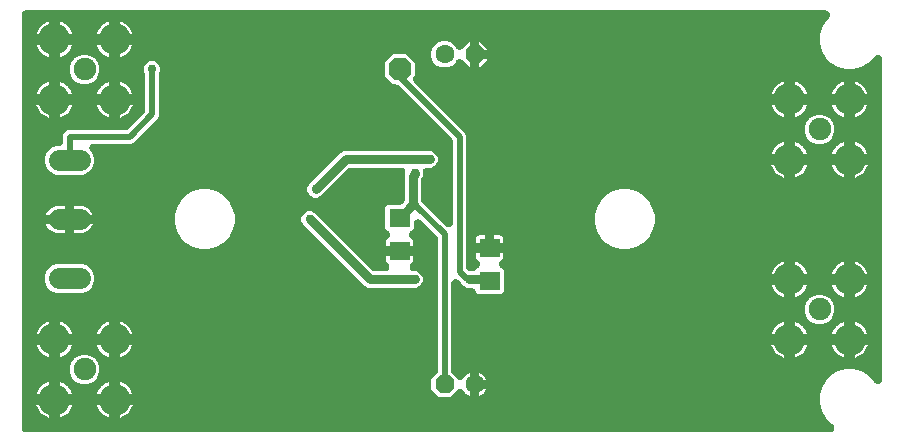
<source format=gbr>
G04 EAGLE Gerber RS-274X export*
G75*
%MOMM*%
%FSLAX34Y34*%
%LPD*%
%INBottom Copper*%
%IPPOS*%
%AMOC8*
5,1,8,0,0,1.08239X$1,22.5*%
G01*
%ADD10C,1.905000*%
%ADD11C,2.667000*%
%ADD12R,1.800000X1.600000*%
%ADD13P,1.732040X8X22.500000*%
%ADD14C,1.600200*%
%ADD15P,1.732040X8X202.500000*%
%ADD16P,2.089446X8X22.500000*%
%ADD17C,1.790700*%
%ADD18C,0.756400*%
%ADD19C,0.762000*%
%ADD20C,0.508000*%

G36*
X694682Y10169D02*
X694682Y10169D01*
X694789Y10167D01*
X694956Y10188D01*
X695125Y10201D01*
X695229Y10224D01*
X695336Y10238D01*
X695498Y10283D01*
X695663Y10320D01*
X695764Y10358D01*
X695867Y10387D01*
X696021Y10455D01*
X696179Y10515D01*
X696273Y10567D01*
X696371Y10611D01*
X696514Y10701D01*
X696661Y10783D01*
X696747Y10848D01*
X696837Y10906D01*
X696966Y11016D01*
X697100Y11118D01*
X697175Y11195D01*
X697256Y11265D01*
X697368Y11392D01*
X697485Y11513D01*
X697548Y11599D01*
X697619Y11680D01*
X697711Y11823D01*
X697810Y11959D01*
X697859Y12054D01*
X697918Y12144D01*
X697988Y12298D01*
X698066Y12447D01*
X698102Y12548D01*
X698146Y12646D01*
X698193Y12809D01*
X698250Y12968D01*
X698270Y13073D01*
X698300Y13176D01*
X698323Y13344D01*
X698356Y13509D01*
X698361Y13616D01*
X698376Y13722D01*
X698374Y13891D01*
X698383Y14060D01*
X698372Y14167D01*
X698372Y14274D01*
X698346Y14441D01*
X698330Y14609D01*
X698304Y14713D01*
X698288Y14819D01*
X698238Y14981D01*
X698198Y15145D01*
X698158Y15244D01*
X698126Y15347D01*
X698054Y15499D01*
X697990Y15656D01*
X697936Y15749D01*
X697890Y15845D01*
X697797Y15986D01*
X697711Y16132D01*
X697644Y16215D01*
X697585Y16305D01*
X697472Y16430D01*
X697366Y16562D01*
X697287Y16635D01*
X697216Y16715D01*
X697086Y16823D01*
X696962Y16938D01*
X696874Y16999D01*
X696792Y17068D01*
X696547Y17225D01*
X696508Y17252D01*
X696496Y17258D01*
X696479Y17269D01*
X695603Y17774D01*
X690874Y22504D01*
X687530Y28296D01*
X685799Y34756D01*
X685799Y41444D01*
X687530Y47904D01*
X690874Y53696D01*
X695604Y58426D01*
X701396Y61770D01*
X707856Y63501D01*
X714544Y63501D01*
X721004Y61770D01*
X726796Y58426D01*
X731526Y53697D01*
X731831Y53167D01*
X731891Y53079D01*
X731943Y52985D01*
X732046Y52851D01*
X732141Y52711D01*
X732213Y52632D01*
X732278Y52547D01*
X732399Y52429D01*
X732513Y52304D01*
X732596Y52236D01*
X732673Y52161D01*
X732809Y52062D01*
X732940Y51955D01*
X733033Y51900D01*
X733119Y51837D01*
X733269Y51758D01*
X733414Y51671D01*
X733513Y51630D01*
X733607Y51580D01*
X733767Y51524D01*
X733923Y51459D01*
X734027Y51432D01*
X734128Y51397D01*
X734293Y51364D01*
X734457Y51323D01*
X734564Y51311D01*
X734669Y51291D01*
X734838Y51282D01*
X735006Y51265D01*
X735113Y51269D01*
X735220Y51264D01*
X735388Y51280D01*
X735557Y51287D01*
X735663Y51306D01*
X735769Y51317D01*
X735933Y51357D01*
X736099Y51388D01*
X736201Y51423D01*
X736305Y51448D01*
X736462Y51512D01*
X736621Y51567D01*
X736717Y51616D01*
X736816Y51656D01*
X736962Y51742D01*
X737112Y51819D01*
X737199Y51881D01*
X737292Y51935D01*
X737424Y52041D01*
X737561Y52139D01*
X737638Y52213D01*
X737722Y52281D01*
X737837Y52404D01*
X737959Y52521D01*
X738025Y52606D01*
X738098Y52684D01*
X738194Y52824D01*
X738298Y52957D01*
X738351Y53050D01*
X738412Y53138D01*
X738487Y53290D01*
X738570Y53436D01*
X738609Y53536D01*
X738657Y53632D01*
X738709Y53793D01*
X738770Y53950D01*
X738795Y54055D01*
X738828Y54157D01*
X738856Y54324D01*
X738894Y54488D01*
X738903Y54595D01*
X738921Y54701D01*
X738935Y54992D01*
X738939Y55038D01*
X738938Y55051D01*
X738939Y55072D01*
X738939Y325928D01*
X738931Y326035D01*
X738933Y326142D01*
X738912Y326309D01*
X738899Y326478D01*
X738876Y326583D01*
X738862Y326689D01*
X738817Y326852D01*
X738780Y327017D01*
X738742Y327117D01*
X738713Y327220D01*
X738645Y327375D01*
X738585Y327533D01*
X738533Y327627D01*
X738489Y327724D01*
X738399Y327867D01*
X738317Y328015D01*
X738252Y328100D01*
X738194Y328191D01*
X738084Y328319D01*
X737982Y328453D01*
X737905Y328528D01*
X737835Y328610D01*
X737708Y328721D01*
X737587Y328839D01*
X737501Y328902D01*
X737420Y328972D01*
X737277Y329064D01*
X737141Y329163D01*
X737046Y329213D01*
X736956Y329271D01*
X736802Y329341D01*
X736653Y329420D01*
X736552Y329455D01*
X736454Y329500D01*
X736292Y329547D01*
X736132Y329603D01*
X736027Y329624D01*
X735924Y329654D01*
X735756Y329677D01*
X735591Y329709D01*
X735484Y329715D01*
X735378Y329729D01*
X735209Y329728D01*
X735040Y329736D01*
X734933Y329726D01*
X734826Y329725D01*
X734659Y329700D01*
X734491Y329683D01*
X734387Y329658D01*
X734281Y329641D01*
X734119Y329592D01*
X733955Y329552D01*
X733856Y329511D01*
X733753Y329480D01*
X733601Y329408D01*
X733444Y329344D01*
X733351Y329290D01*
X733255Y329244D01*
X733114Y329150D01*
X732968Y329065D01*
X732885Y328997D01*
X732795Y328938D01*
X732670Y328825D01*
X732538Y328719D01*
X732465Y328641D01*
X732385Y328569D01*
X732277Y328440D01*
X732162Y328316D01*
X732101Y328227D01*
X732032Y328145D01*
X731875Y327900D01*
X731848Y327862D01*
X731842Y327850D01*
X731831Y327833D01*
X731526Y327303D01*
X726796Y322574D01*
X721004Y319230D01*
X714544Y317499D01*
X707856Y317499D01*
X701396Y319230D01*
X695604Y322574D01*
X690874Y327304D01*
X687530Y333096D01*
X685799Y339556D01*
X685799Y346244D01*
X687530Y352704D01*
X690874Y358496D01*
X693414Y361036D01*
X693520Y361158D01*
X693632Y361273D01*
X693700Y361366D01*
X693775Y361454D01*
X693862Y361589D01*
X693956Y361719D01*
X694010Y361821D01*
X694072Y361919D01*
X694138Y362066D01*
X694213Y362207D01*
X694251Y362316D01*
X694298Y362422D01*
X694343Y362577D01*
X694396Y362728D01*
X694418Y362841D01*
X694450Y362952D01*
X694471Y363112D01*
X694502Y363269D01*
X694508Y363384D01*
X694523Y363499D01*
X694521Y363660D01*
X694529Y363820D01*
X694518Y363935D01*
X694517Y364051D01*
X694492Y364210D01*
X694476Y364369D01*
X694449Y364481D01*
X694430Y364596D01*
X694383Y364749D01*
X694344Y364905D01*
X694301Y365012D01*
X694267Y365122D01*
X694197Y365267D01*
X694137Y365416D01*
X694078Y365516D01*
X694028Y365620D01*
X693939Y365753D01*
X693857Y365892D01*
X693785Y365982D01*
X693721Y366078D01*
X693613Y366197D01*
X693512Y366322D01*
X693427Y366401D01*
X693350Y366487D01*
X693226Y366588D01*
X693109Y366698D01*
X693013Y366764D01*
X692924Y366837D01*
X692787Y366920D01*
X692655Y367012D01*
X692551Y367063D01*
X692452Y367123D01*
X692304Y367185D01*
X692160Y367257D01*
X692051Y367293D01*
X691944Y367338D01*
X691789Y367378D01*
X691636Y367428D01*
X691522Y367447D01*
X691410Y367476D01*
X691251Y367494D01*
X691092Y367521D01*
X690932Y367529D01*
X690862Y367537D01*
X690811Y367535D01*
X690721Y367539D01*
X13970Y367539D01*
X13925Y367536D01*
X13880Y367538D01*
X13650Y367516D01*
X13420Y367499D01*
X13376Y367490D01*
X13331Y367485D01*
X13107Y367430D01*
X12881Y367380D01*
X12839Y367364D01*
X12795Y367354D01*
X12581Y367267D01*
X12365Y367185D01*
X12326Y367163D01*
X12284Y367146D01*
X12085Y367029D01*
X11883Y366917D01*
X11847Y366889D01*
X11808Y366866D01*
X11628Y366722D01*
X11445Y366582D01*
X11413Y366550D01*
X11378Y366521D01*
X11220Y366351D01*
X11059Y366187D01*
X11033Y366151D01*
X11002Y366118D01*
X10870Y365927D01*
X10735Y365741D01*
X10714Y365701D01*
X10688Y365664D01*
X10585Y365456D01*
X10478Y365253D01*
X10463Y365210D01*
X10443Y365170D01*
X10372Y364950D01*
X10295Y364732D01*
X10286Y364688D01*
X10272Y364645D01*
X10233Y364417D01*
X10189Y364191D01*
X10187Y364146D01*
X10179Y364101D01*
X10161Y363730D01*
X10161Y13970D01*
X10164Y13925D01*
X10162Y13880D01*
X10184Y13650D01*
X10201Y13420D01*
X10210Y13376D01*
X10215Y13331D01*
X10270Y13107D01*
X10320Y12881D01*
X10336Y12839D01*
X10346Y12795D01*
X10433Y12581D01*
X10515Y12365D01*
X10537Y12326D01*
X10554Y12284D01*
X10671Y12085D01*
X10783Y11883D01*
X10811Y11847D01*
X10834Y11808D01*
X10978Y11628D01*
X11118Y11445D01*
X11150Y11413D01*
X11179Y11378D01*
X11349Y11220D01*
X11513Y11059D01*
X11549Y11033D01*
X11582Y11002D01*
X11773Y10870D01*
X11959Y10735D01*
X11999Y10714D01*
X12036Y10688D01*
X12244Y10585D01*
X12447Y10478D01*
X12490Y10463D01*
X12530Y10443D01*
X12750Y10372D01*
X12968Y10295D01*
X13012Y10286D01*
X13055Y10272D01*
X13283Y10233D01*
X13509Y10189D01*
X13554Y10187D01*
X13599Y10179D01*
X13970Y10161D01*
X694575Y10161D01*
X694682Y10169D01*
G37*
%LPC*%
G36*
X363723Y39750D02*
X363723Y39750D01*
X357250Y46223D01*
X357250Y55377D01*
X361596Y59722D01*
X361729Y59877D01*
X361870Y60028D01*
X361910Y60086D01*
X361956Y60140D01*
X362067Y60313D01*
X362184Y60482D01*
X362215Y60545D01*
X362253Y60605D01*
X362337Y60792D01*
X362429Y60976D01*
X362451Y61043D01*
X362480Y61108D01*
X362536Y61305D01*
X362600Y61501D01*
X362612Y61570D01*
X362631Y61638D01*
X362658Y61842D01*
X362693Y62044D01*
X362698Y62135D01*
X362704Y62185D01*
X362703Y62255D01*
X362711Y62416D01*
X362711Y173907D01*
X362696Y174112D01*
X362689Y174318D01*
X362676Y174387D01*
X362671Y174457D01*
X362627Y174659D01*
X362590Y174860D01*
X362568Y174927D01*
X362552Y174996D01*
X362479Y175188D01*
X362414Y175383D01*
X362382Y175446D01*
X362357Y175512D01*
X362257Y175691D01*
X362164Y175875D01*
X362123Y175932D01*
X362089Y175994D01*
X361964Y176158D01*
X361845Y176325D01*
X361785Y176392D01*
X361754Y176433D01*
X361703Y176482D01*
X361650Y176541D01*
X361642Y176551D01*
X361636Y176557D01*
X361596Y176601D01*
X348752Y189445D01*
X348630Y189550D01*
X348515Y189662D01*
X348422Y189730D01*
X348334Y189806D01*
X348198Y189892D01*
X348069Y189986D01*
X347967Y190040D01*
X347869Y190102D01*
X347722Y190168D01*
X347581Y190243D01*
X347472Y190281D01*
X347366Y190329D01*
X347212Y190373D01*
X347060Y190426D01*
X346947Y190449D01*
X346836Y190480D01*
X346676Y190502D01*
X346519Y190533D01*
X346404Y190538D01*
X346289Y190554D01*
X346128Y190552D01*
X345968Y190559D01*
X345853Y190548D01*
X345737Y190547D01*
X345578Y190522D01*
X345419Y190506D01*
X345307Y190479D01*
X345192Y190461D01*
X345039Y190413D01*
X344883Y190375D01*
X344776Y190331D01*
X344666Y190297D01*
X344521Y190228D01*
X344372Y190167D01*
X344272Y190109D01*
X344168Y190059D01*
X344035Y189969D01*
X343896Y189888D01*
X343806Y189815D01*
X343710Y189751D01*
X343591Y189643D01*
X343466Y189543D01*
X343387Y189458D01*
X343301Y189380D01*
X343199Y189257D01*
X343090Y189139D01*
X343024Y189044D01*
X342951Y188955D01*
X342867Y188817D01*
X342776Y188685D01*
X342725Y188582D01*
X342665Y188483D01*
X342603Y188335D01*
X342531Y188191D01*
X342495Y188081D01*
X342450Y187974D01*
X342410Y187819D01*
X342360Y187666D01*
X342341Y187552D01*
X342312Y187440D01*
X342294Y187281D01*
X342267Y187123D01*
X342259Y186962D01*
X342251Y186892D01*
X342253Y186841D01*
X342249Y186751D01*
X342249Y183194D01*
X341785Y182073D01*
X340927Y181215D01*
X340514Y181044D01*
X340370Y180972D01*
X340223Y180909D01*
X340124Y180849D01*
X340021Y180797D01*
X339889Y180705D01*
X339752Y180621D01*
X339664Y180547D01*
X339569Y180481D01*
X339452Y180371D01*
X339328Y180268D01*
X339251Y180182D01*
X339167Y180103D01*
X339067Y179977D01*
X338960Y179857D01*
X338896Y179761D01*
X338824Y179671D01*
X338744Y179532D01*
X338655Y179398D01*
X338605Y179293D01*
X338547Y179193D01*
X338487Y179044D01*
X338419Y178899D01*
X338385Y178789D01*
X338342Y178681D01*
X338305Y178525D01*
X338258Y178371D01*
X338240Y178257D01*
X338213Y178145D01*
X338199Y177985D01*
X338174Y177826D01*
X338174Y177711D01*
X338163Y177596D01*
X338172Y177435D01*
X338171Y177274D01*
X338187Y177160D01*
X338193Y177045D01*
X338225Y176887D01*
X338247Y176728D01*
X338279Y176617D01*
X338302Y176504D01*
X338356Y176353D01*
X338401Y176198D01*
X338449Y176093D01*
X338488Y175985D01*
X338563Y175843D01*
X338630Y175696D01*
X338693Y175599D01*
X338747Y175497D01*
X338842Y175368D01*
X338929Y175233D01*
X339005Y175146D01*
X339074Y175053D01*
X339186Y174939D01*
X339292Y174817D01*
X339380Y174742D01*
X339461Y174660D01*
X339589Y174563D01*
X339712Y174459D01*
X339809Y174397D01*
X339901Y174328D01*
X340042Y174250D01*
X340178Y174164D01*
X340323Y174096D01*
X340385Y174062D01*
X340391Y174060D01*
X340820Y173773D01*
X341173Y173420D01*
X341452Y173004D01*
X341643Y172541D01*
X341741Y172050D01*
X341741Y167799D01*
X330390Y167799D01*
X330345Y167796D01*
X330300Y167798D01*
X330210Y167790D01*
X330010Y167799D01*
X318659Y167799D01*
X318659Y172050D01*
X318757Y172541D01*
X318948Y173004D01*
X319227Y173420D01*
X319580Y173773D01*
X320047Y174085D01*
X320177Y174141D01*
X320276Y174201D01*
X320379Y174253D01*
X320511Y174345D01*
X320648Y174429D01*
X320736Y174503D01*
X320831Y174569D01*
X320948Y174679D01*
X321072Y174782D01*
X321149Y174868D01*
X321233Y174947D01*
X321333Y175073D01*
X321440Y175193D01*
X321504Y175289D01*
X321576Y175379D01*
X321656Y175518D01*
X321745Y175652D01*
X321795Y175757D01*
X321853Y175856D01*
X321912Y176006D01*
X321981Y176151D01*
X322015Y176261D01*
X322058Y176369D01*
X322095Y176525D01*
X322142Y176679D01*
X322160Y176793D01*
X322187Y176905D01*
X322201Y177065D01*
X322226Y177224D01*
X322226Y177339D01*
X322237Y177454D01*
X322228Y177615D01*
X322229Y177776D01*
X322213Y177890D01*
X322207Y178005D01*
X322175Y178163D01*
X322153Y178322D01*
X322121Y178433D01*
X322098Y178546D01*
X322044Y178697D01*
X321999Y178852D01*
X321951Y178957D01*
X321912Y179065D01*
X321837Y179207D01*
X321770Y179354D01*
X321707Y179451D01*
X321653Y179552D01*
X321558Y179682D01*
X321471Y179817D01*
X321395Y179904D01*
X321327Y179997D01*
X321214Y180111D01*
X321108Y180233D01*
X321020Y180308D01*
X320939Y180390D01*
X320811Y180487D01*
X320689Y180591D01*
X320591Y180653D01*
X320499Y180722D01*
X320358Y180800D01*
X320222Y180886D01*
X320077Y180954D01*
X320015Y180988D01*
X319968Y181006D01*
X319886Y181044D01*
X319473Y181215D01*
X318615Y182073D01*
X318151Y183194D01*
X318151Y200406D01*
X318615Y201527D01*
X319473Y202385D01*
X320594Y202849D01*
X329971Y202849D01*
X330176Y202864D01*
X330382Y202871D01*
X330451Y202884D01*
X330521Y202889D01*
X330723Y202933D01*
X330924Y202970D01*
X330991Y202992D01*
X331060Y203008D01*
X331252Y203081D01*
X331447Y203146D01*
X331510Y203178D01*
X331576Y203203D01*
X331755Y203303D01*
X331939Y203396D01*
X331996Y203437D01*
X332058Y203471D01*
X332221Y203596D01*
X332389Y203715D01*
X332456Y203775D01*
X332497Y203806D01*
X332546Y203856D01*
X332665Y203964D01*
X333656Y204955D01*
X333789Y205110D01*
X333930Y205261D01*
X333970Y205319D01*
X334016Y205373D01*
X334127Y205546D01*
X334244Y205715D01*
X334275Y205778D01*
X334313Y205838D01*
X334397Y206025D01*
X334489Y206209D01*
X334511Y206276D01*
X334540Y206341D01*
X334596Y206538D01*
X334660Y206734D01*
X334672Y206803D01*
X334691Y206871D01*
X334718Y207075D01*
X334753Y207278D01*
X334758Y207368D01*
X334764Y207418D01*
X334763Y207488D01*
X334771Y207649D01*
X334771Y228694D01*
X334970Y229174D01*
X335046Y229403D01*
X335126Y229630D01*
X335133Y229664D01*
X335144Y229698D01*
X335186Y229935D01*
X335232Y230171D01*
X335234Y230206D01*
X335240Y230241D01*
X335247Y230482D01*
X335259Y230722D01*
X335256Y230757D01*
X335257Y230793D01*
X335229Y231032D01*
X335206Y231271D01*
X335198Y231305D01*
X335194Y231341D01*
X335131Y231574D01*
X335074Y231807D01*
X335061Y231839D01*
X335052Y231874D01*
X334957Y232096D01*
X334867Y232318D01*
X334849Y232348D01*
X334835Y232381D01*
X334709Y232586D01*
X334587Y232794D01*
X334565Y232821D01*
X334547Y232851D01*
X334393Y233035D01*
X334242Y233224D01*
X334216Y233248D01*
X334194Y233275D01*
X334015Y233435D01*
X333838Y233600D01*
X333809Y233620D01*
X333783Y233644D01*
X333583Y233777D01*
X333385Y233914D01*
X333353Y233930D01*
X333324Y233949D01*
X333107Y234051D01*
X332890Y234159D01*
X332857Y234170D01*
X332825Y234185D01*
X332595Y234255D01*
X332366Y234330D01*
X332331Y234336D01*
X332297Y234346D01*
X332060Y234382D01*
X331822Y234423D01*
X331779Y234425D01*
X331752Y234429D01*
X331686Y234430D01*
X331451Y234441D01*
X288899Y234441D01*
X288694Y234426D01*
X288488Y234419D01*
X288419Y234406D01*
X288349Y234401D01*
X288147Y234357D01*
X287946Y234320D01*
X287879Y234298D01*
X287810Y234282D01*
X287618Y234209D01*
X287423Y234144D01*
X287360Y234112D01*
X287294Y234087D01*
X287115Y233987D01*
X286931Y233894D01*
X286874Y233853D01*
X286812Y233819D01*
X286649Y233694D01*
X286481Y233575D01*
X286414Y233515D01*
X286373Y233484D01*
X286324Y233434D01*
X286205Y233326D01*
X262965Y210085D01*
X260444Y209041D01*
X257716Y209041D01*
X255195Y210085D01*
X253265Y212015D01*
X252221Y214536D01*
X252221Y217264D01*
X253265Y219785D01*
X278130Y244649D01*
X278130Y244650D01*
X280595Y247115D01*
X283116Y248159D01*
X356964Y248159D01*
X359485Y247115D01*
X361415Y245185D01*
X362459Y242664D01*
X362459Y239936D01*
X361415Y237415D01*
X359485Y235485D01*
X356964Y234441D01*
X353568Y234441D01*
X353523Y234438D01*
X353478Y234440D01*
X353248Y234418D01*
X353018Y234401D01*
X352974Y234392D01*
X352929Y234387D01*
X352705Y234332D01*
X352479Y234282D01*
X352437Y234266D01*
X352393Y234256D01*
X352179Y234169D01*
X351963Y234087D01*
X351924Y234065D01*
X351882Y234048D01*
X351683Y233931D01*
X351481Y233819D01*
X351445Y233791D01*
X351406Y233768D01*
X351226Y233624D01*
X351043Y233484D01*
X351011Y233452D01*
X350976Y233423D01*
X350818Y233253D01*
X350657Y233089D01*
X350631Y233053D01*
X350600Y233020D01*
X350468Y232829D01*
X350333Y232643D01*
X350312Y232603D01*
X350286Y232566D01*
X350183Y232358D01*
X350076Y232155D01*
X350061Y232112D01*
X350041Y232072D01*
X349970Y231852D01*
X349893Y231634D01*
X349884Y231590D01*
X349870Y231547D01*
X349831Y231319D01*
X349787Y231093D01*
X349785Y231048D01*
X349777Y231003D01*
X349759Y230632D01*
X349759Y227236D01*
X348779Y224870D01*
X348776Y224860D01*
X348771Y224851D01*
X348687Y224593D01*
X348605Y224346D01*
X348603Y224336D01*
X348600Y224327D01*
X348555Y224062D01*
X348509Y223803D01*
X348509Y223793D01*
X348507Y223783D01*
X348489Y223412D01*
X348489Y207469D01*
X348489Y207459D01*
X348489Y207449D01*
X348509Y207185D01*
X348529Y206919D01*
X348531Y206909D01*
X348532Y206899D01*
X348590Y206640D01*
X348648Y206380D01*
X348651Y206371D01*
X348653Y206361D01*
X348779Y206011D01*
X349045Y205369D01*
X349049Y205360D01*
X349052Y205351D01*
X349173Y205113D01*
X349292Y204876D01*
X349298Y204868D01*
X349302Y204859D01*
X349459Y204638D01*
X349608Y204424D01*
X349615Y204417D01*
X349621Y204409D01*
X349870Y204133D01*
X368908Y185095D01*
X369030Y184990D01*
X369145Y184878D01*
X369238Y184810D01*
X369326Y184734D01*
X369461Y184648D01*
X369591Y184554D01*
X369693Y184500D01*
X369791Y184438D01*
X369937Y184372D01*
X370079Y184297D01*
X370188Y184259D01*
X370294Y184211D01*
X370448Y184167D01*
X370600Y184114D01*
X370713Y184091D01*
X370824Y184060D01*
X370984Y184038D01*
X371141Y184007D01*
X371256Y184002D01*
X371371Y183986D01*
X371532Y183988D01*
X371692Y183981D01*
X371807Y183992D01*
X371923Y183993D01*
X372082Y184018D01*
X372241Y184034D01*
X372353Y184061D01*
X372468Y184079D01*
X372621Y184127D01*
X372777Y184165D01*
X372884Y184209D01*
X372994Y184243D01*
X373139Y184312D01*
X373288Y184373D01*
X373388Y184431D01*
X373492Y184481D01*
X373625Y184571D01*
X373764Y184652D01*
X373854Y184725D01*
X373950Y184789D01*
X374069Y184897D01*
X374194Y184997D01*
X374273Y185082D01*
X374359Y185160D01*
X374461Y185283D01*
X374570Y185401D01*
X374636Y185496D01*
X374709Y185585D01*
X374793Y185723D01*
X374884Y185855D01*
X374935Y185959D01*
X374995Y186057D01*
X375057Y186205D01*
X375129Y186349D01*
X375165Y186459D01*
X375210Y186566D01*
X375250Y186721D01*
X375300Y186874D01*
X375319Y186988D01*
X375348Y187100D01*
X375366Y187259D01*
X375393Y187417D01*
X375401Y187578D01*
X375409Y187648D01*
X375407Y187699D01*
X375411Y187789D01*
X375411Y256457D01*
X375396Y256662D01*
X375389Y256868D01*
X375376Y256937D01*
X375371Y257007D01*
X375327Y257209D01*
X375290Y257410D01*
X375268Y257477D01*
X375252Y257546D01*
X375179Y257738D01*
X375114Y257933D01*
X375082Y257996D01*
X375057Y258062D01*
X374957Y258241D01*
X374864Y258425D01*
X374823Y258482D01*
X374789Y258544D01*
X374664Y258707D01*
X374545Y258875D01*
X374485Y258942D01*
X374454Y258983D01*
X374403Y259032D01*
X374296Y259151D01*
X329763Y303684D01*
X329608Y303817D01*
X329457Y303958D01*
X329399Y303998D01*
X329345Y304044D01*
X329172Y304155D01*
X329003Y304272D01*
X328940Y304303D01*
X328880Y304341D01*
X328693Y304425D01*
X328509Y304517D01*
X328442Y304539D01*
X328377Y304568D01*
X328180Y304624D01*
X327984Y304688D01*
X327915Y304700D01*
X327847Y304719D01*
X327643Y304746D01*
X327441Y304781D01*
X327350Y304786D01*
X327300Y304792D01*
X327230Y304791D01*
X327069Y304799D01*
X324939Y304799D01*
X317499Y312239D01*
X317499Y322761D01*
X324939Y330201D01*
X335461Y330201D01*
X342901Y322761D01*
X342901Y312239D01*
X342651Y311990D01*
X342622Y311956D01*
X342588Y311925D01*
X342441Y311747D01*
X342290Y311572D01*
X342266Y311534D01*
X342237Y311499D01*
X342118Y311302D01*
X341994Y311107D01*
X341975Y311066D01*
X341952Y311027D01*
X341862Y310815D01*
X341767Y310604D01*
X341755Y310561D01*
X341737Y310519D01*
X341679Y310296D01*
X341616Y310074D01*
X341610Y310029D01*
X341598Y309985D01*
X341573Y309756D01*
X341542Y309527D01*
X341543Y309482D01*
X341538Y309437D01*
X341546Y309206D01*
X341549Y308975D01*
X341556Y308931D01*
X341558Y308886D01*
X341599Y308659D01*
X341635Y308430D01*
X341649Y308387D01*
X341657Y308343D01*
X341730Y308124D01*
X341799Y307904D01*
X341818Y307863D01*
X341833Y307820D01*
X341938Y307614D01*
X342037Y307406D01*
X342062Y307369D01*
X342083Y307328D01*
X342217Y307139D01*
X342345Y306948D01*
X342375Y306915D01*
X342401Y306878D01*
X342651Y306603D01*
X385738Y263516D01*
X386589Y261462D01*
X386589Y150368D01*
X386592Y150323D01*
X386590Y150278D01*
X386612Y150048D01*
X386629Y149818D01*
X386638Y149774D01*
X386643Y149729D01*
X386698Y149505D01*
X386748Y149279D01*
X386764Y149237D01*
X386774Y149193D01*
X386861Y148979D01*
X386943Y148763D01*
X386965Y148724D01*
X386982Y148682D01*
X387099Y148483D01*
X387211Y148281D01*
X387239Y148245D01*
X387262Y148206D01*
X387406Y148026D01*
X387546Y147843D01*
X387578Y147811D01*
X387607Y147776D01*
X387777Y147618D01*
X387941Y147457D01*
X387977Y147431D01*
X388010Y147400D01*
X388201Y147268D01*
X388387Y147133D01*
X388427Y147112D01*
X388464Y147086D01*
X388672Y146983D01*
X388875Y146876D01*
X388918Y146861D01*
X388958Y146841D01*
X389178Y146770D01*
X389396Y146693D01*
X389440Y146684D01*
X389483Y146670D01*
X389711Y146631D01*
X389937Y146587D01*
X389982Y146585D01*
X390027Y146577D01*
X390398Y146559D01*
X391669Y146559D01*
X391874Y146574D01*
X392080Y146581D01*
X392149Y146594D01*
X392220Y146599D01*
X392421Y146643D01*
X392623Y146680D01*
X392689Y146702D01*
X392758Y146718D01*
X392951Y146791D01*
X393145Y146856D01*
X393208Y146888D01*
X393274Y146913D01*
X393454Y147013D01*
X393637Y147106D01*
X393695Y147147D01*
X393756Y147181D01*
X393920Y147306D01*
X394088Y147425D01*
X394154Y147485D01*
X394195Y147516D01*
X394244Y147567D01*
X394363Y147674D01*
X395673Y148985D01*
X396086Y149156D01*
X396230Y149228D01*
X396377Y149291D01*
X396476Y149351D01*
X396579Y149403D01*
X396711Y149495D01*
X396848Y149579D01*
X396936Y149653D01*
X397031Y149719D01*
X397148Y149829D01*
X397272Y149932D01*
X397349Y150018D01*
X397433Y150097D01*
X397533Y150223D01*
X397640Y150343D01*
X397704Y150439D01*
X397776Y150529D01*
X397856Y150668D01*
X397945Y150802D01*
X397995Y150907D01*
X398053Y151007D01*
X398113Y151156D01*
X398181Y151301D01*
X398215Y151411D01*
X398258Y151519D01*
X398295Y151675D01*
X398342Y151829D01*
X398360Y151943D01*
X398387Y152055D01*
X398401Y152215D01*
X398426Y152374D01*
X398426Y152489D01*
X398437Y152604D01*
X398428Y152765D01*
X398429Y152926D01*
X398413Y153040D01*
X398407Y153155D01*
X398375Y153313D01*
X398353Y153472D01*
X398321Y153583D01*
X398298Y153696D01*
X398244Y153847D01*
X398199Y154002D01*
X398151Y154107D01*
X398112Y154215D01*
X398037Y154357D01*
X397970Y154504D01*
X397907Y154601D01*
X397853Y154703D01*
X397758Y154832D01*
X397671Y154967D01*
X397595Y155054D01*
X397526Y155147D01*
X397414Y155261D01*
X397308Y155383D01*
X397220Y155458D01*
X397139Y155540D01*
X397011Y155637D01*
X396888Y155741D01*
X396791Y155803D01*
X396699Y155872D01*
X396558Y155950D01*
X396422Y156036D01*
X396277Y156104D01*
X396215Y156138D01*
X396209Y156140D01*
X395780Y156427D01*
X395427Y156780D01*
X395148Y157196D01*
X394957Y157659D01*
X394859Y158150D01*
X394859Y162401D01*
X406210Y162401D01*
X406255Y162404D01*
X406300Y162402D01*
X406390Y162410D01*
X406590Y162401D01*
X417941Y162401D01*
X417941Y158150D01*
X417843Y157659D01*
X417652Y157196D01*
X417373Y156780D01*
X417020Y156427D01*
X416553Y156115D01*
X416423Y156059D01*
X416324Y155999D01*
X416221Y155947D01*
X416089Y155855D01*
X415952Y155771D01*
X415864Y155697D01*
X415769Y155631D01*
X415652Y155521D01*
X415528Y155418D01*
X415451Y155332D01*
X415367Y155253D01*
X415267Y155127D01*
X415160Y155007D01*
X415096Y154911D01*
X415024Y154821D01*
X414944Y154682D01*
X414855Y154548D01*
X414805Y154443D01*
X414747Y154344D01*
X414688Y154194D01*
X414619Y154049D01*
X414585Y153939D01*
X414542Y153831D01*
X414505Y153675D01*
X414458Y153521D01*
X414440Y153407D01*
X414413Y153295D01*
X414399Y153135D01*
X414374Y152976D01*
X414374Y152861D01*
X414363Y152746D01*
X414372Y152585D01*
X414371Y152424D01*
X414387Y152310D01*
X414393Y152195D01*
X414425Y152037D01*
X414447Y151878D01*
X414479Y151767D01*
X414502Y151654D01*
X414556Y151503D01*
X414601Y151348D01*
X414649Y151243D01*
X414688Y151135D01*
X414763Y150993D01*
X414830Y150846D01*
X414893Y150749D01*
X414947Y150648D01*
X415042Y150518D01*
X415129Y150383D01*
X415205Y150296D01*
X415273Y150203D01*
X415386Y150089D01*
X415492Y149967D01*
X415580Y149892D01*
X415661Y149810D01*
X415789Y149713D01*
X415911Y149609D01*
X416009Y149547D01*
X416101Y149478D01*
X416242Y149400D01*
X416378Y149314D01*
X416523Y149246D01*
X416585Y149212D01*
X416632Y149194D01*
X416714Y149156D01*
X417127Y148985D01*
X417985Y148127D01*
X418449Y147006D01*
X418449Y129794D01*
X417985Y128673D01*
X417127Y127815D01*
X416006Y127351D01*
X396794Y127351D01*
X395673Y127815D01*
X394815Y128673D01*
X394063Y130490D01*
X394007Y130602D01*
X393959Y130718D01*
X393883Y130848D01*
X393815Y130983D01*
X393744Y131085D01*
X393680Y131194D01*
X393585Y131312D01*
X393499Y131435D01*
X393414Y131526D01*
X393335Y131624D01*
X393224Y131727D01*
X393121Y131837D01*
X393023Y131914D01*
X392931Y132000D01*
X392807Y132086D01*
X392689Y132180D01*
X392581Y132242D01*
X392477Y132314D01*
X392342Y132381D01*
X392212Y132456D01*
X392096Y132503D01*
X391983Y132559D01*
X391840Y132606D01*
X391700Y132662D01*
X391578Y132691D01*
X391459Y132730D01*
X391310Y132755D01*
X391163Y132790D01*
X391039Y132802D01*
X390915Y132823D01*
X390680Y132835D01*
X390614Y132841D01*
X390587Y132839D01*
X390544Y132841D01*
X387256Y132841D01*
X384735Y133885D01*
X382805Y135815D01*
X382723Y136013D01*
X382719Y136021D01*
X382716Y136031D01*
X382595Y136269D01*
X382476Y136506D01*
X382470Y136514D01*
X382466Y136523D01*
X382311Y136742D01*
X382160Y136958D01*
X382153Y136965D01*
X382147Y136973D01*
X381898Y137249D01*
X380392Y138755D01*
X380270Y138860D01*
X380155Y138972D01*
X380062Y139040D01*
X379974Y139116D01*
X379839Y139202D01*
X379709Y139296D01*
X379607Y139350D01*
X379509Y139412D01*
X379363Y139478D01*
X379221Y139553D01*
X379112Y139591D01*
X379006Y139639D01*
X378852Y139683D01*
X378700Y139736D01*
X378587Y139759D01*
X378476Y139790D01*
X378316Y139812D01*
X378159Y139843D01*
X378044Y139848D01*
X377929Y139864D01*
X377768Y139862D01*
X377608Y139869D01*
X377493Y139858D01*
X377377Y139857D01*
X377218Y139832D01*
X377059Y139816D01*
X376947Y139789D01*
X376832Y139771D01*
X376679Y139723D01*
X376523Y139685D01*
X376416Y139641D01*
X376306Y139607D01*
X376161Y139538D01*
X376012Y139477D01*
X375912Y139419D01*
X375808Y139369D01*
X375675Y139279D01*
X375536Y139198D01*
X375446Y139125D01*
X375350Y139061D01*
X375231Y138953D01*
X375106Y138853D01*
X375027Y138768D01*
X374941Y138690D01*
X374839Y138567D01*
X374730Y138449D01*
X374664Y138354D01*
X374591Y138265D01*
X374507Y138127D01*
X374416Y137995D01*
X374365Y137891D01*
X374305Y137793D01*
X374243Y137645D01*
X374171Y137501D01*
X374135Y137391D01*
X374090Y137284D01*
X374050Y137129D01*
X374000Y136976D01*
X373981Y136862D01*
X373952Y136750D01*
X373934Y136591D01*
X373907Y136433D01*
X373899Y136272D01*
X373891Y136202D01*
X373893Y136151D01*
X373889Y136061D01*
X373889Y62416D01*
X373904Y62211D01*
X373911Y62005D01*
X373924Y61936D01*
X373929Y61866D01*
X373973Y61664D01*
X374010Y61463D01*
X374032Y61396D01*
X374048Y61327D01*
X374121Y61134D01*
X374186Y60940D01*
X374218Y60877D01*
X374243Y60811D01*
X374343Y60631D01*
X374436Y60448D01*
X374477Y60391D01*
X374511Y60329D01*
X374636Y60165D01*
X374755Y59998D01*
X374815Y59931D01*
X374846Y59890D01*
X374897Y59841D01*
X375004Y59722D01*
X378886Y55840D01*
X378938Y55795D01*
X378985Y55746D01*
X379146Y55615D01*
X379304Y55479D01*
X379361Y55443D01*
X379415Y55400D01*
X379594Y55294D01*
X379769Y55183D01*
X379831Y55155D01*
X379890Y55120D01*
X380082Y55042D01*
X380272Y54956D01*
X380338Y54937D01*
X380401Y54912D01*
X380602Y54862D01*
X380802Y54805D01*
X380870Y54796D01*
X380936Y54779D01*
X381143Y54759D01*
X381349Y54731D01*
X381418Y54732D01*
X381485Y54726D01*
X381693Y54736D01*
X381901Y54738D01*
X381968Y54749D01*
X382036Y54752D01*
X382240Y54792D01*
X382446Y54824D01*
X382511Y54844D01*
X382578Y54857D01*
X382774Y54926D01*
X382972Y54988D01*
X383034Y55018D01*
X383098Y55040D01*
X383283Y55137D01*
X383470Y55226D01*
X383527Y55264D01*
X383587Y55296D01*
X383756Y55418D01*
X383928Y55534D01*
X383978Y55580D01*
X384034Y55620D01*
X384183Y55765D01*
X384337Y55905D01*
X384380Y55957D01*
X384429Y56005D01*
X384662Y56295D01*
X385659Y57668D01*
X386832Y58841D01*
X388175Y59816D01*
X389653Y60569D01*
X389891Y60646D01*
X389891Y50800D01*
X389891Y40954D01*
X389653Y41031D01*
X388175Y41784D01*
X386832Y42759D01*
X385659Y43932D01*
X384662Y45305D01*
X384618Y45357D01*
X384580Y45414D01*
X384440Y45568D01*
X384306Y45727D01*
X384255Y45772D01*
X384209Y45823D01*
X384048Y45955D01*
X383893Y46093D01*
X383836Y46130D01*
X383783Y46174D01*
X383606Y46281D01*
X383432Y46395D01*
X383370Y46424D01*
X383311Y46459D01*
X383120Y46540D01*
X382931Y46628D01*
X382866Y46647D01*
X382803Y46674D01*
X382602Y46726D01*
X382403Y46786D01*
X382335Y46795D01*
X382269Y46813D01*
X382062Y46835D01*
X381857Y46865D01*
X381789Y46865D01*
X381721Y46873D01*
X381513Y46866D01*
X381305Y46866D01*
X381238Y46856D01*
X381170Y46853D01*
X380965Y46816D01*
X380759Y46786D01*
X380694Y46767D01*
X380627Y46754D01*
X380430Y46688D01*
X380231Y46629D01*
X380169Y46600D01*
X380104Y46578D01*
X379919Y46484D01*
X379730Y46396D01*
X379673Y46359D01*
X379612Y46328D01*
X379443Y46208D01*
X379269Y46094D01*
X379218Y46049D01*
X379162Y46010D01*
X378886Y45760D01*
X372877Y39750D01*
X363723Y39750D01*
G37*
%LPD*%
%LPC*%
G36*
X39259Y228498D02*
X39259Y228498D01*
X34848Y230325D01*
X31472Y233701D01*
X29644Y238113D01*
X29644Y242887D01*
X31472Y247299D01*
X34848Y250675D01*
X39259Y252502D01*
X41402Y252502D01*
X41447Y252506D01*
X41492Y252503D01*
X41722Y252525D01*
X41952Y252542D01*
X41996Y252552D01*
X42041Y252556D01*
X42265Y252611D01*
X42491Y252661D01*
X42533Y252677D01*
X42577Y252688D01*
X42791Y252775D01*
X43007Y252857D01*
X43046Y252879D01*
X43088Y252896D01*
X43287Y253013D01*
X43489Y253125D01*
X43525Y253152D01*
X43564Y253175D01*
X43744Y253320D01*
X43927Y253460D01*
X43959Y253492D01*
X43994Y253520D01*
X44152Y253690D01*
X44313Y253854D01*
X44339Y253891D01*
X44370Y253924D01*
X44502Y254115D01*
X44637Y254301D01*
X44658Y254340D01*
X44684Y254378D01*
X44787Y254585D01*
X44894Y254789D01*
X44909Y254831D01*
X44929Y254872D01*
X45000Y255092D01*
X45077Y255309D01*
X45086Y255354D01*
X45100Y255396D01*
X45139Y255625D01*
X45183Y255851D01*
X45185Y255895D01*
X45193Y255940D01*
X45211Y256311D01*
X45211Y261462D01*
X46062Y263516D01*
X47634Y265088D01*
X49688Y265939D01*
X97707Y265939D01*
X97912Y265954D01*
X98118Y265961D01*
X98187Y265974D01*
X98257Y265979D01*
X98459Y266023D01*
X98660Y266060D01*
X98727Y266082D01*
X98796Y266098D01*
X98988Y266171D01*
X99183Y266236D01*
X99246Y266268D01*
X99312Y266293D01*
X99491Y266393D01*
X99675Y266486D01*
X99732Y266527D01*
X99794Y266561D01*
X99957Y266686D01*
X100125Y266805D01*
X100192Y266865D01*
X100233Y266896D01*
X100282Y266947D01*
X100401Y267054D01*
X113946Y280599D01*
X114079Y280754D01*
X114220Y280905D01*
X114260Y280963D01*
X114306Y281017D01*
X114417Y281190D01*
X114534Y281359D01*
X114565Y281422D01*
X114603Y281482D01*
X114687Y281669D01*
X114779Y281853D01*
X114801Y281920D01*
X114830Y281985D01*
X114886Y282182D01*
X114950Y282378D01*
X114962Y282447D01*
X114981Y282515D01*
X115008Y282719D01*
X115043Y282921D01*
X115048Y283012D01*
X115054Y283062D01*
X115053Y283132D01*
X115061Y283293D01*
X115061Y312385D01*
X115061Y312395D01*
X115061Y312405D01*
X115041Y312668D01*
X115021Y312935D01*
X115019Y312945D01*
X115018Y312955D01*
X114960Y313213D01*
X114902Y313474D01*
X114899Y313483D01*
X114897Y313493D01*
X114771Y313843D01*
X113819Y316141D01*
X113819Y318859D01*
X114859Y321369D01*
X116781Y323291D01*
X119291Y324331D01*
X122009Y324331D01*
X124519Y323291D01*
X126441Y321369D01*
X127481Y318859D01*
X127481Y316141D01*
X126529Y313843D01*
X126526Y313834D01*
X126521Y313825D01*
X126439Y313571D01*
X126355Y313319D01*
X126353Y313310D01*
X126350Y313300D01*
X126305Y313035D01*
X126259Y312776D01*
X126259Y312766D01*
X126257Y312756D01*
X126239Y312385D01*
X126239Y278288D01*
X125388Y276234D01*
X104766Y255612D01*
X102712Y254761D01*
X71462Y254761D01*
X71302Y254750D01*
X71141Y254748D01*
X71027Y254730D01*
X70912Y254721D01*
X70755Y254687D01*
X70597Y254662D01*
X70486Y254627D01*
X70373Y254602D01*
X70223Y254545D01*
X70070Y254498D01*
X69966Y254448D01*
X69858Y254407D01*
X69717Y254329D01*
X69572Y254259D01*
X69476Y254195D01*
X69375Y254139D01*
X69248Y254041D01*
X69114Y253952D01*
X69029Y253874D01*
X68937Y253804D01*
X68825Y253689D01*
X68706Y253581D01*
X68632Y253492D01*
X68551Y253409D01*
X68457Y253279D01*
X68355Y253155D01*
X68295Y253056D01*
X68227Y252963D01*
X68152Y252821D01*
X68069Y252683D01*
X68024Y252577D01*
X67971Y252475D01*
X67917Y252323D01*
X67855Y252175D01*
X67826Y252063D01*
X67787Y251954D01*
X67756Y251797D01*
X67716Y251641D01*
X67703Y251526D01*
X67681Y251413D01*
X67673Y251253D01*
X67656Y251093D01*
X67660Y250977D01*
X67654Y250862D01*
X67669Y250702D01*
X67675Y250541D01*
X67696Y250428D01*
X67707Y250313D01*
X67745Y250157D01*
X67774Y249999D01*
X67811Y249889D01*
X67839Y249777D01*
X67899Y249628D01*
X67951Y249476D01*
X68003Y249373D01*
X68046Y249266D01*
X68128Y249127D01*
X68201Y248984D01*
X68267Y248890D01*
X68326Y248790D01*
X68426Y248665D01*
X68519Y248534D01*
X68627Y248415D01*
X68671Y248360D01*
X68708Y248325D01*
X68769Y248258D01*
X69729Y247299D01*
X71556Y242887D01*
X71556Y238113D01*
X69728Y233701D01*
X66352Y230325D01*
X61941Y228498D01*
X39259Y228498D01*
G37*
%LPD*%
%LPC*%
G36*
X161756Y165099D02*
X161756Y165099D01*
X155296Y166830D01*
X149504Y170174D01*
X144774Y174904D01*
X141430Y180696D01*
X139699Y187156D01*
X139699Y193844D01*
X141430Y200304D01*
X144774Y206096D01*
X149504Y210826D01*
X155296Y214170D01*
X161756Y215901D01*
X168444Y215901D01*
X174904Y214170D01*
X180696Y210826D01*
X185426Y206096D01*
X188770Y200304D01*
X190501Y193844D01*
X190501Y187156D01*
X188770Y180696D01*
X185426Y174904D01*
X180696Y170174D01*
X174904Y166830D01*
X168444Y165099D01*
X161756Y165099D01*
G37*
%LPD*%
%LPC*%
G36*
X517356Y165099D02*
X517356Y165099D01*
X510896Y166830D01*
X505104Y170174D01*
X500374Y174904D01*
X497030Y180696D01*
X495299Y187156D01*
X495299Y193844D01*
X497030Y200304D01*
X500374Y206096D01*
X505104Y210826D01*
X510896Y214170D01*
X517356Y215901D01*
X524044Y215901D01*
X530504Y214170D01*
X536296Y210826D01*
X541026Y206096D01*
X544370Y200304D01*
X546101Y193844D01*
X546101Y187156D01*
X544370Y180696D01*
X541026Y174904D01*
X536296Y170174D01*
X530504Y166830D01*
X524044Y165099D01*
X517356Y165099D01*
G37*
%LPD*%
%LPC*%
G36*
X303436Y132841D02*
X303436Y132841D01*
X300915Y133885D01*
X248185Y186615D01*
X247141Y189136D01*
X247141Y191864D01*
X248185Y194385D01*
X250115Y196315D01*
X252636Y197359D01*
X255364Y197359D01*
X257885Y196315D01*
X306525Y147674D01*
X306680Y147541D01*
X306831Y147400D01*
X306889Y147360D01*
X306943Y147314D01*
X307116Y147203D01*
X307285Y147086D01*
X307348Y147055D01*
X307408Y147017D01*
X307595Y146933D01*
X307779Y146841D01*
X307846Y146819D01*
X307911Y146790D01*
X308108Y146734D01*
X308304Y146670D01*
X308373Y146658D01*
X308441Y146639D01*
X308645Y146612D01*
X308848Y146577D01*
X308938Y146572D01*
X308988Y146566D01*
X309058Y146567D01*
X309219Y146559D01*
X317900Y146559D01*
X318158Y146577D01*
X318415Y146594D01*
X318432Y146597D01*
X318450Y146599D01*
X318704Y146655D01*
X318955Y146708D01*
X318971Y146714D01*
X318989Y146718D01*
X319231Y146809D01*
X319473Y146899D01*
X319488Y146907D01*
X319505Y146913D01*
X319730Y147038D01*
X319957Y147162D01*
X319971Y147173D01*
X319987Y147181D01*
X320192Y147338D01*
X320399Y147493D01*
X320411Y147505D01*
X320425Y147516D01*
X320605Y147700D01*
X320788Y147884D01*
X320799Y147898D01*
X320811Y147911D01*
X320961Y148118D01*
X321116Y148327D01*
X321125Y148343D01*
X321135Y148357D01*
X321254Y148584D01*
X321377Y148813D01*
X321383Y148830D01*
X321392Y148845D01*
X321477Y149088D01*
X321566Y149332D01*
X321569Y149349D01*
X321575Y149366D01*
X321625Y149619D01*
X321677Y149872D01*
X321678Y149890D01*
X321681Y149907D01*
X321694Y150165D01*
X321709Y150423D01*
X321707Y150440D01*
X321708Y150458D01*
X321683Y150715D01*
X321661Y150973D01*
X321657Y150990D01*
X321655Y151007D01*
X321594Y151256D01*
X321534Y151509D01*
X321528Y151526D01*
X321523Y151543D01*
X321427Y151781D01*
X321331Y152022D01*
X321322Y152038D01*
X321316Y152054D01*
X321185Y152277D01*
X321056Y152501D01*
X321045Y152514D01*
X321036Y152530D01*
X320874Y152733D01*
X320715Y152934D01*
X320702Y152946D01*
X320691Y152960D01*
X320500Y153138D01*
X320315Y153314D01*
X320298Y153326D01*
X320288Y153336D01*
X320248Y153363D01*
X320016Y153535D01*
X319580Y153827D01*
X319227Y154180D01*
X318948Y154596D01*
X318757Y155059D01*
X318659Y155550D01*
X318659Y159801D01*
X330010Y159801D01*
X330055Y159804D01*
X330100Y159802D01*
X330190Y159810D01*
X330390Y159801D01*
X341741Y159801D01*
X341741Y155550D01*
X341643Y155059D01*
X341452Y154596D01*
X341173Y154180D01*
X340820Y153827D01*
X340384Y153535D01*
X340181Y153377D01*
X339975Y153220D01*
X339962Y153207D01*
X339949Y153196D01*
X339769Y153009D01*
X339589Y152825D01*
X339579Y152811D01*
X339567Y152798D01*
X339415Y152585D01*
X339265Y152379D01*
X339257Y152363D01*
X339246Y152349D01*
X339128Y152119D01*
X339008Y151891D01*
X339002Y151874D01*
X338994Y151858D01*
X338911Y151614D01*
X338825Y151370D01*
X338822Y151353D01*
X338816Y151336D01*
X338769Y151082D01*
X338719Y150829D01*
X338718Y150811D01*
X338715Y150794D01*
X338705Y150536D01*
X338692Y150278D01*
X338694Y150260D01*
X338693Y150243D01*
X338720Y149986D01*
X338745Y149729D01*
X338749Y149712D01*
X338751Y149694D01*
X338815Y149444D01*
X338877Y149193D01*
X338883Y149177D01*
X338888Y149160D01*
X338987Y148921D01*
X339084Y148682D01*
X339093Y148667D01*
X339100Y148650D01*
X339232Y148430D01*
X339364Y148206D01*
X339375Y148192D01*
X339384Y148177D01*
X339546Y147979D01*
X339709Y147776D01*
X339722Y147764D01*
X339733Y147750D01*
X339923Y147576D01*
X340112Y147400D01*
X340127Y147390D01*
X340140Y147378D01*
X340353Y147233D01*
X340566Y147086D01*
X340582Y147078D01*
X340597Y147068D01*
X340827Y146957D01*
X341061Y146841D01*
X341077Y146836D01*
X341093Y146828D01*
X341339Y146751D01*
X341585Y146670D01*
X341602Y146667D01*
X341619Y146662D01*
X341873Y146621D01*
X342129Y146577D01*
X342150Y146576D01*
X342164Y146574D01*
X342211Y146573D01*
X342500Y146559D01*
X344264Y146559D01*
X346785Y145515D01*
X348715Y143585D01*
X349759Y141064D01*
X349759Y138336D01*
X348715Y135815D01*
X346785Y133885D01*
X344264Y132841D01*
X303436Y132841D01*
G37*
%LPD*%
%LPC*%
G36*
X39259Y128498D02*
X39259Y128498D01*
X34848Y130325D01*
X31472Y133701D01*
X29644Y138113D01*
X29644Y142887D01*
X31472Y147299D01*
X34848Y150675D01*
X39259Y152502D01*
X61941Y152502D01*
X66352Y150675D01*
X69728Y147299D01*
X71556Y142887D01*
X71556Y138113D01*
X69728Y133701D01*
X66352Y130325D01*
X61941Y128498D01*
X39259Y128498D01*
G37*
%LPD*%
%LPC*%
G36*
X366102Y319150D02*
X366102Y319150D01*
X362041Y320833D01*
X358933Y323941D01*
X357250Y328002D01*
X357250Y332398D01*
X358933Y336459D01*
X362041Y339567D01*
X366102Y341250D01*
X370498Y341250D01*
X374559Y339567D01*
X377676Y336451D01*
X377757Y336290D01*
X377860Y336073D01*
X377880Y336044D01*
X377896Y336012D01*
X378034Y335815D01*
X378168Y335615D01*
X378192Y335589D01*
X378212Y335560D01*
X378377Y335385D01*
X378539Y335206D01*
X378566Y335184D01*
X378590Y335158D01*
X378779Y335009D01*
X378964Y334856D01*
X378995Y334837D01*
X379022Y334815D01*
X379231Y334694D01*
X379436Y334570D01*
X379469Y334556D01*
X379499Y334539D01*
X379723Y334449D01*
X379945Y334355D01*
X379979Y334347D01*
X380012Y334333D01*
X380247Y334277D01*
X380478Y334217D01*
X380513Y334213D01*
X380548Y334205D01*
X380788Y334183D01*
X381027Y334156D01*
X381062Y334158D01*
X381097Y334154D01*
X381338Y334167D01*
X381578Y334176D01*
X381613Y334182D01*
X381648Y334184D01*
X381885Y334232D01*
X382121Y334275D01*
X382154Y334286D01*
X382189Y334293D01*
X382417Y334375D01*
X382644Y334451D01*
X382675Y334467D01*
X382708Y334479D01*
X382922Y334593D01*
X383135Y334701D01*
X383164Y334722D01*
X383195Y334738D01*
X383390Y334881D01*
X383586Y335020D01*
X383618Y335049D01*
X383640Y335065D01*
X383687Y335111D01*
X383861Y335269D01*
X389333Y340742D01*
X389891Y340742D01*
X389891Y330200D01*
X389891Y319658D01*
X389333Y319658D01*
X383861Y325131D01*
X383679Y325288D01*
X383500Y325449D01*
X383471Y325468D01*
X383444Y325491D01*
X383240Y325621D01*
X383041Y325754D01*
X383009Y325769D01*
X382979Y325788D01*
X382759Y325887D01*
X382542Y325990D01*
X382508Y326000D01*
X382476Y326015D01*
X382244Y326081D01*
X382014Y326151D01*
X381979Y326156D01*
X381945Y326166D01*
X381706Y326198D01*
X381469Y326234D01*
X381434Y326235D01*
X381399Y326239D01*
X381157Y326236D01*
X380917Y326238D01*
X380882Y326233D01*
X380847Y326233D01*
X380609Y326195D01*
X380371Y326162D01*
X380337Y326152D01*
X380302Y326147D01*
X380072Y326075D01*
X379841Y326008D01*
X379809Y325993D01*
X379775Y325983D01*
X379558Y325878D01*
X379339Y325779D01*
X379310Y325760D01*
X379278Y325744D01*
X379078Y325610D01*
X378876Y325480D01*
X378849Y325456D01*
X378820Y325437D01*
X378642Y325275D01*
X378460Y325117D01*
X378437Y325090D01*
X378411Y325066D01*
X378258Y324880D01*
X378102Y324697D01*
X378083Y324668D01*
X378060Y324640D01*
X377936Y324434D01*
X377807Y324231D01*
X377789Y324192D01*
X377775Y324168D01*
X377749Y324107D01*
X377673Y323946D01*
X374559Y320833D01*
X370498Y319150D01*
X366102Y319150D01*
G37*
%LPD*%
%LPC*%
G36*
X683299Y254126D02*
X683299Y254126D01*
X678678Y256041D01*
X677859Y256859D01*
X677838Y256877D01*
X677820Y256897D01*
X677630Y257057D01*
X677441Y257220D01*
X677419Y257235D01*
X677398Y257252D01*
X677187Y257383D01*
X676976Y257517D01*
X676952Y257528D01*
X676929Y257542D01*
X676734Y257627D01*
X676665Y257762D01*
X676555Y257987D01*
X676540Y258009D01*
X676528Y258033D01*
X676384Y258235D01*
X676243Y258442D01*
X676225Y258461D01*
X676209Y258483D01*
X675959Y258759D01*
X675141Y259578D01*
X673226Y264199D01*
X673226Y269201D01*
X675141Y273823D01*
X675959Y274641D01*
X675977Y274662D01*
X675997Y274680D01*
X676157Y274870D01*
X676320Y275059D01*
X676335Y275081D01*
X676352Y275102D01*
X676483Y275314D01*
X676617Y275524D01*
X676628Y275548D01*
X676642Y275571D01*
X676727Y275766D01*
X676864Y275836D01*
X677087Y275945D01*
X677109Y275960D01*
X677133Y275972D01*
X677337Y276117D01*
X677542Y276257D01*
X677561Y276275D01*
X677583Y276291D01*
X677859Y276541D01*
X678677Y277359D01*
X683299Y279274D01*
X688301Y279274D01*
X692923Y277359D01*
X693741Y276541D01*
X693762Y276523D01*
X693780Y276503D01*
X693970Y276343D01*
X694159Y276180D01*
X694181Y276165D01*
X694202Y276148D01*
X694414Y276017D01*
X694624Y275883D01*
X694648Y275872D01*
X694671Y275858D01*
X694866Y275773D01*
X694936Y275636D01*
X695045Y275413D01*
X695060Y275391D01*
X695072Y275367D01*
X695217Y275163D01*
X695357Y274958D01*
X695375Y274939D01*
X695391Y274917D01*
X695641Y274641D01*
X696459Y273823D01*
X698374Y269201D01*
X698374Y264199D01*
X696459Y259577D01*
X695641Y258759D01*
X695623Y258738D01*
X695603Y258720D01*
X695442Y258529D01*
X695280Y258341D01*
X695265Y258319D01*
X695248Y258298D01*
X695117Y258087D01*
X694983Y257876D01*
X694972Y257852D01*
X694958Y257829D01*
X694873Y257634D01*
X694737Y257565D01*
X694513Y257455D01*
X694491Y257440D01*
X694467Y257428D01*
X694263Y257283D01*
X694058Y257143D01*
X694039Y257125D01*
X694017Y257109D01*
X693741Y256859D01*
X692923Y256041D01*
X688301Y254126D01*
X683299Y254126D01*
G37*
%LPD*%
%LPC*%
G36*
X60999Y50926D02*
X60999Y50926D01*
X56377Y52841D01*
X55559Y53659D01*
X55538Y53677D01*
X55520Y53697D01*
X55329Y53858D01*
X55141Y54020D01*
X55119Y54035D01*
X55098Y54052D01*
X54887Y54183D01*
X54676Y54317D01*
X54652Y54328D01*
X54629Y54342D01*
X54434Y54427D01*
X54365Y54563D01*
X54255Y54787D01*
X54240Y54809D01*
X54228Y54833D01*
X54084Y55036D01*
X53943Y55242D01*
X53925Y55261D01*
X53909Y55283D01*
X53659Y55559D01*
X52841Y56377D01*
X50926Y60999D01*
X50926Y66001D01*
X52841Y70622D01*
X53659Y71441D01*
X53677Y71462D01*
X53697Y71480D01*
X53857Y71670D01*
X54020Y71859D01*
X54035Y71881D01*
X54052Y71902D01*
X54183Y72114D01*
X54317Y72324D01*
X54328Y72348D01*
X54342Y72371D01*
X54427Y72566D01*
X54563Y72635D01*
X54787Y72745D01*
X54809Y72760D01*
X54833Y72772D01*
X55037Y72917D01*
X55242Y73057D01*
X55261Y73075D01*
X55283Y73091D01*
X55559Y73341D01*
X56378Y74159D01*
X60999Y76074D01*
X66001Y76074D01*
X70622Y74159D01*
X71441Y73341D01*
X71462Y73323D01*
X71480Y73303D01*
X71670Y73143D01*
X71859Y72980D01*
X71881Y72965D01*
X71902Y72948D01*
X72114Y72817D01*
X72324Y72683D01*
X72348Y72672D01*
X72371Y72658D01*
X72566Y72573D01*
X72635Y72437D01*
X72745Y72213D01*
X72760Y72191D01*
X72772Y72167D01*
X72917Y71963D01*
X73057Y71758D01*
X73075Y71739D01*
X73091Y71717D01*
X73341Y71441D01*
X74159Y70622D01*
X76074Y66001D01*
X76074Y60999D01*
X74159Y56378D01*
X73341Y55559D01*
X73323Y55538D01*
X73303Y55520D01*
X73143Y55330D01*
X72980Y55141D01*
X72965Y55119D01*
X72948Y55098D01*
X72817Y54886D01*
X72683Y54676D01*
X72672Y54652D01*
X72658Y54629D01*
X72573Y54434D01*
X72437Y54365D01*
X72213Y54255D01*
X72191Y54240D01*
X72167Y54228D01*
X71963Y54083D01*
X71758Y53943D01*
X71739Y53925D01*
X71717Y53909D01*
X71441Y53659D01*
X70622Y52841D01*
X66001Y50926D01*
X60999Y50926D01*
G37*
%LPD*%
%LPC*%
G36*
X60999Y304926D02*
X60999Y304926D01*
X56378Y306841D01*
X55559Y307659D01*
X55538Y307677D01*
X55520Y307697D01*
X55330Y307857D01*
X55141Y308020D01*
X55119Y308035D01*
X55098Y308052D01*
X54887Y308183D01*
X54676Y308317D01*
X54652Y308328D01*
X54629Y308342D01*
X54434Y308427D01*
X54365Y308562D01*
X54255Y308787D01*
X54240Y308809D01*
X54228Y308833D01*
X54084Y309035D01*
X53943Y309242D01*
X53925Y309261D01*
X53909Y309283D01*
X53659Y309559D01*
X52841Y310378D01*
X50926Y314999D01*
X50926Y320001D01*
X52841Y324622D01*
X53659Y325441D01*
X53677Y325462D01*
X53697Y325480D01*
X53858Y325671D01*
X54020Y325859D01*
X54035Y325881D01*
X54052Y325902D01*
X54183Y326114D01*
X54317Y326324D01*
X54328Y326348D01*
X54342Y326371D01*
X54427Y326566D01*
X54562Y326635D01*
X54787Y326745D01*
X54809Y326760D01*
X54833Y326772D01*
X55036Y326916D01*
X55242Y327057D01*
X55261Y327075D01*
X55283Y327091D01*
X55559Y327341D01*
X56378Y328159D01*
X60999Y330074D01*
X66001Y330074D01*
X70622Y328159D01*
X71441Y327341D01*
X71462Y327323D01*
X71480Y327303D01*
X71671Y327142D01*
X71859Y326980D01*
X71881Y326965D01*
X71902Y326948D01*
X72114Y326817D01*
X72324Y326683D01*
X72348Y326672D01*
X72371Y326658D01*
X72566Y326573D01*
X72635Y326438D01*
X72745Y326213D01*
X72760Y326191D01*
X72772Y326167D01*
X72916Y325964D01*
X73057Y325758D01*
X73075Y325739D01*
X73091Y325717D01*
X73341Y325441D01*
X74159Y324622D01*
X76074Y320001D01*
X76074Y314999D01*
X74159Y310378D01*
X73341Y309559D01*
X73323Y309538D01*
X73303Y309520D01*
X73142Y309329D01*
X72980Y309141D01*
X72965Y309119D01*
X72948Y309098D01*
X72817Y308886D01*
X72683Y308676D01*
X72672Y308652D01*
X72658Y308629D01*
X72573Y308434D01*
X72438Y308365D01*
X72213Y308255D01*
X72191Y308240D01*
X72167Y308228D01*
X71964Y308084D01*
X71758Y307943D01*
X71739Y307925D01*
X71717Y307909D01*
X71441Y307659D01*
X70622Y306841D01*
X66001Y304926D01*
X60999Y304926D01*
G37*
%LPD*%
%LPC*%
G36*
X683299Y101726D02*
X683299Y101726D01*
X678678Y103641D01*
X677859Y104459D01*
X677838Y104477D01*
X677820Y104497D01*
X677629Y104658D01*
X677441Y104820D01*
X677419Y104835D01*
X677398Y104852D01*
X677186Y104983D01*
X676976Y105117D01*
X676952Y105128D01*
X676929Y105142D01*
X676734Y105227D01*
X676665Y105362D01*
X676555Y105587D01*
X676540Y105609D01*
X676528Y105633D01*
X676384Y105836D01*
X676243Y106042D01*
X676225Y106061D01*
X676209Y106083D01*
X675959Y106359D01*
X675141Y107178D01*
X673226Y111799D01*
X673226Y116801D01*
X675141Y121422D01*
X675960Y122241D01*
X675977Y122262D01*
X675997Y122280D01*
X676158Y122471D01*
X676320Y122659D01*
X676335Y122681D01*
X676352Y122702D01*
X676483Y122914D01*
X676617Y123124D01*
X676628Y123148D01*
X676642Y123171D01*
X676727Y123366D01*
X676863Y123435D01*
X677087Y123545D01*
X677109Y123560D01*
X677133Y123572D01*
X677336Y123716D01*
X677542Y123857D01*
X677561Y123875D01*
X677583Y123891D01*
X677859Y124140D01*
X678678Y124959D01*
X683299Y126874D01*
X688301Y126874D01*
X692922Y124959D01*
X693741Y124140D01*
X693762Y124123D01*
X693780Y124103D01*
X693971Y123942D01*
X694159Y123780D01*
X694181Y123765D01*
X694202Y123748D01*
X694414Y123617D01*
X694624Y123483D01*
X694648Y123472D01*
X694671Y123458D01*
X694866Y123373D01*
X694935Y123237D01*
X695045Y123013D01*
X695060Y122991D01*
X695072Y122967D01*
X695216Y122764D01*
X695357Y122558D01*
X695375Y122539D01*
X695391Y122517D01*
X695640Y122241D01*
X696459Y121422D01*
X698374Y116801D01*
X698374Y111799D01*
X696459Y107178D01*
X695641Y106359D01*
X695623Y106338D01*
X695603Y106320D01*
X695442Y106129D01*
X695280Y105941D01*
X695265Y105919D01*
X695248Y105898D01*
X695117Y105686D01*
X694983Y105476D01*
X694972Y105452D01*
X694958Y105429D01*
X694873Y105234D01*
X694738Y105165D01*
X694513Y105055D01*
X694491Y105040D01*
X694467Y105028D01*
X694264Y104884D01*
X694058Y104743D01*
X694039Y104725D01*
X694017Y104709D01*
X693741Y104459D01*
X692922Y103641D01*
X688301Y101726D01*
X683299Y101726D01*
G37*
%LPD*%
%LPC*%
G36*
X54409Y194309D02*
X54409Y194309D01*
X54409Y201994D01*
X60458Y201994D01*
X62245Y201711D01*
X63966Y201152D01*
X65578Y200331D01*
X67042Y199267D01*
X68321Y197988D01*
X69384Y196524D01*
X70206Y194912D01*
X70402Y194309D01*
X54409Y194309D01*
G37*
%LPD*%
%LPC*%
G36*
X30798Y194309D02*
X30798Y194309D01*
X30994Y194912D01*
X31816Y196524D01*
X32879Y197988D01*
X34158Y199267D01*
X35622Y200331D01*
X37234Y201152D01*
X38955Y201711D01*
X40742Y201994D01*
X46791Y201994D01*
X46791Y194309D01*
X30798Y194309D01*
G37*
%LPD*%
%LPC*%
G36*
X54409Y179006D02*
X54409Y179006D01*
X54409Y186691D01*
X70402Y186691D01*
X70206Y186088D01*
X69384Y184476D01*
X68321Y183012D01*
X67042Y181733D01*
X65578Y180669D01*
X63966Y179848D01*
X62245Y179289D01*
X60458Y179006D01*
X54409Y179006D01*
G37*
%LPD*%
%LPC*%
G36*
X40742Y179006D02*
X40742Y179006D01*
X38955Y179289D01*
X37234Y179848D01*
X35622Y180669D01*
X34158Y181733D01*
X32879Y183012D01*
X31816Y184476D01*
X30994Y186088D01*
X30798Y186691D01*
X46791Y186691D01*
X46791Y179006D01*
X40742Y179006D01*
G37*
%LPD*%
%LPC*%
G36*
X664745Y93245D02*
X664745Y93245D01*
X664745Y104046D01*
X665415Y103866D01*
X667338Y103070D01*
X669140Y102029D01*
X670947Y100643D01*
X670969Y100628D01*
X670990Y100611D01*
X671200Y100476D01*
X671408Y100340D01*
X671432Y100328D01*
X671455Y100314D01*
X671682Y100212D01*
X671692Y100207D01*
X671791Y100020D01*
X671903Y99798D01*
X671919Y99776D01*
X671931Y99753D01*
X672143Y99447D01*
X673530Y97640D01*
X674570Y95838D01*
X675366Y93915D01*
X675546Y93245D01*
X664745Y93245D01*
G37*
%LPD*%
%LPC*%
G36*
X664745Y245645D02*
X664745Y245645D01*
X664745Y256446D01*
X665415Y256266D01*
X667338Y255470D01*
X669140Y254430D01*
X670947Y253043D01*
X670970Y253028D01*
X670990Y253011D01*
X671199Y252877D01*
X671408Y252740D01*
X671432Y252728D01*
X671455Y252714D01*
X671682Y252612D01*
X671692Y252607D01*
X671790Y252420D01*
X671903Y252198D01*
X671919Y252176D01*
X671931Y252153D01*
X672143Y251847D01*
X673530Y250040D01*
X674570Y248238D01*
X675366Y246315D01*
X675546Y245645D01*
X664745Y245645D01*
G37*
%LPD*%
%LPC*%
G36*
X42445Y296445D02*
X42445Y296445D01*
X42445Y307246D01*
X43115Y307066D01*
X45038Y306270D01*
X46840Y305230D01*
X48647Y303843D01*
X48670Y303828D01*
X48690Y303811D01*
X48899Y303677D01*
X49108Y303540D01*
X49132Y303528D01*
X49155Y303514D01*
X49382Y303412D01*
X49392Y303407D01*
X49490Y303220D01*
X49603Y302998D01*
X49619Y302976D01*
X49631Y302953D01*
X49843Y302647D01*
X51230Y300840D01*
X52270Y299038D01*
X53066Y297115D01*
X53246Y296445D01*
X42445Y296445D01*
G37*
%LPD*%
%LPC*%
G36*
X42445Y42445D02*
X42445Y42445D01*
X42445Y53246D01*
X43115Y53066D01*
X45038Y52270D01*
X46840Y51230D01*
X48647Y49843D01*
X48669Y49828D01*
X48690Y49811D01*
X48900Y49677D01*
X49108Y49540D01*
X49132Y49528D01*
X49155Y49514D01*
X49382Y49411D01*
X49392Y49407D01*
X49490Y49220D01*
X49603Y48998D01*
X49619Y48976D01*
X49631Y48953D01*
X49843Y48647D01*
X51230Y46840D01*
X52270Y45038D01*
X53066Y43115D01*
X53246Y42445D01*
X42445Y42445D01*
G37*
%LPD*%
%LPC*%
G36*
X42445Y84555D02*
X42445Y84555D01*
X53246Y84555D01*
X53066Y83885D01*
X52270Y81962D01*
X51230Y80160D01*
X49843Y78353D01*
X49828Y78331D01*
X49811Y78310D01*
X49676Y78100D01*
X49540Y77892D01*
X49528Y77868D01*
X49514Y77845D01*
X49412Y77619D01*
X49407Y77608D01*
X49220Y77510D01*
X48998Y77397D01*
X48976Y77381D01*
X48953Y77369D01*
X48647Y77157D01*
X46840Y75770D01*
X45038Y74730D01*
X43115Y73934D01*
X42445Y73754D01*
X42445Y84555D01*
G37*
%LPD*%
%LPC*%
G36*
X73754Y42445D02*
X73754Y42445D01*
X73934Y43115D01*
X74730Y45038D01*
X75770Y46840D01*
X77157Y48647D01*
X77172Y48669D01*
X77189Y48690D01*
X77324Y48900D01*
X77460Y49108D01*
X77472Y49132D01*
X77486Y49155D01*
X77588Y49381D01*
X77593Y49392D01*
X77779Y49490D01*
X78002Y49603D01*
X78024Y49619D01*
X78047Y49631D01*
X78353Y49843D01*
X80160Y51230D01*
X81962Y52270D01*
X83885Y53066D01*
X84555Y53246D01*
X84555Y42445D01*
X73754Y42445D01*
G37*
%LPD*%
%LPC*%
G36*
X42445Y338555D02*
X42445Y338555D01*
X53246Y338555D01*
X53066Y337885D01*
X52270Y335962D01*
X51229Y334160D01*
X49843Y332353D01*
X49828Y332331D01*
X49811Y332310D01*
X49676Y332100D01*
X49540Y331892D01*
X49528Y331868D01*
X49514Y331845D01*
X49412Y331618D01*
X49407Y331608D01*
X49220Y331509D01*
X48998Y331397D01*
X48976Y331381D01*
X48953Y331369D01*
X48647Y331157D01*
X46840Y329771D01*
X45038Y328730D01*
X43115Y327934D01*
X42445Y327754D01*
X42445Y338555D01*
G37*
%LPD*%
%LPC*%
G36*
X73754Y296445D02*
X73754Y296445D01*
X73934Y297115D01*
X74730Y299038D01*
X75770Y300840D01*
X77157Y302647D01*
X77172Y302669D01*
X77189Y302690D01*
X77324Y302900D01*
X77460Y303108D01*
X77472Y303132D01*
X77486Y303155D01*
X77588Y303382D01*
X77593Y303392D01*
X77780Y303491D01*
X78002Y303603D01*
X78024Y303619D01*
X78047Y303631D01*
X78353Y303843D01*
X80160Y305229D01*
X81962Y306270D01*
X83885Y307066D01*
X84555Y307246D01*
X84555Y296445D01*
X73754Y296445D01*
G37*
%LPD*%
%LPC*%
G36*
X696054Y93245D02*
X696054Y93245D01*
X696234Y93915D01*
X697030Y95838D01*
X698070Y97640D01*
X699457Y99447D01*
X699472Y99469D01*
X699489Y99490D01*
X699624Y99700D01*
X699760Y99908D01*
X699772Y99932D01*
X699786Y99955D01*
X699888Y100182D01*
X699893Y100192D01*
X700080Y100291D01*
X700302Y100403D01*
X700324Y100419D01*
X700347Y100431D01*
X700653Y100643D01*
X702460Y102029D01*
X704262Y103070D01*
X706185Y103866D01*
X706855Y104046D01*
X706855Y93245D01*
X696054Y93245D01*
G37*
%LPD*%
%LPC*%
G36*
X664745Y287755D02*
X664745Y287755D01*
X675546Y287755D01*
X675366Y287085D01*
X674570Y285162D01*
X673529Y283360D01*
X672143Y281553D01*
X672128Y281531D01*
X672111Y281510D01*
X671976Y281300D01*
X671840Y281092D01*
X671828Y281068D01*
X671814Y281045D01*
X671711Y280818D01*
X671707Y280808D01*
X671520Y280710D01*
X671298Y280597D01*
X671276Y280581D01*
X671253Y280569D01*
X670947Y280357D01*
X669140Y278971D01*
X667338Y277930D01*
X665415Y277134D01*
X664745Y276954D01*
X664745Y287755D01*
G37*
%LPD*%
%LPC*%
G36*
X664745Y135355D02*
X664745Y135355D01*
X675546Y135355D01*
X675366Y134685D01*
X674570Y132762D01*
X673529Y130960D01*
X672143Y129153D01*
X672128Y129131D01*
X672111Y129110D01*
X671976Y128900D01*
X671840Y128692D01*
X671828Y128668D01*
X671814Y128645D01*
X671712Y128418D01*
X671707Y128408D01*
X671520Y128309D01*
X671298Y128197D01*
X671276Y128181D01*
X671253Y128169D01*
X670947Y127957D01*
X669140Y126571D01*
X667338Y125530D01*
X665415Y124734D01*
X664745Y124554D01*
X664745Y135355D01*
G37*
%LPD*%
%LPC*%
G36*
X696054Y245645D02*
X696054Y245645D01*
X696234Y246315D01*
X697030Y248238D01*
X698070Y250040D01*
X699457Y251847D01*
X699472Y251869D01*
X699489Y251890D01*
X699623Y252100D01*
X699760Y252308D01*
X699772Y252332D01*
X699786Y252355D01*
X699889Y252582D01*
X699893Y252592D01*
X700080Y252690D01*
X700302Y252803D01*
X700324Y252819D01*
X700347Y252831D01*
X700653Y253043D01*
X702460Y254430D01*
X704262Y255470D01*
X706185Y256266D01*
X706855Y256446D01*
X706855Y245645D01*
X696054Y245645D01*
G37*
%LPD*%
%LPC*%
G36*
X83885Y73934D02*
X83885Y73934D01*
X81962Y74730D01*
X80160Y75770D01*
X78353Y77157D01*
X78331Y77172D01*
X78310Y77189D01*
X78100Y77324D01*
X77892Y77460D01*
X77868Y77472D01*
X77845Y77486D01*
X77619Y77588D01*
X77608Y77593D01*
X77510Y77780D01*
X77397Y78002D01*
X77381Y78024D01*
X77369Y78047D01*
X77157Y78353D01*
X75770Y80160D01*
X74730Y81962D01*
X73934Y83885D01*
X73754Y84555D01*
X84555Y84555D01*
X84555Y73754D01*
X83885Y73934D01*
G37*
%LPD*%
%LPC*%
G36*
X83885Y327934D02*
X83885Y327934D01*
X81962Y328730D01*
X80160Y329771D01*
X78353Y331157D01*
X78331Y331172D01*
X78310Y331189D01*
X78100Y331324D01*
X77892Y331460D01*
X77868Y331472D01*
X77845Y331486D01*
X77618Y331588D01*
X77608Y331593D01*
X77509Y331780D01*
X77397Y332002D01*
X77381Y332024D01*
X77369Y332047D01*
X77157Y332353D01*
X75771Y334160D01*
X74730Y335962D01*
X73934Y337885D01*
X73754Y338555D01*
X84555Y338555D01*
X84555Y327754D01*
X83885Y327934D01*
G37*
%LPD*%
%LPC*%
G36*
X706185Y277134D02*
X706185Y277134D01*
X704262Y277930D01*
X702460Y278971D01*
X700653Y280357D01*
X700631Y280372D01*
X700610Y280389D01*
X700400Y280524D01*
X700192Y280660D01*
X700168Y280672D01*
X700145Y280686D01*
X699918Y280789D01*
X699908Y280793D01*
X699810Y280980D01*
X699697Y281202D01*
X699681Y281224D01*
X699669Y281247D01*
X699457Y281553D01*
X698071Y283360D01*
X697030Y285162D01*
X696234Y287085D01*
X696054Y287755D01*
X706855Y287755D01*
X706855Y276954D01*
X706185Y277134D01*
G37*
%LPD*%
%LPC*%
G36*
X706185Y124734D02*
X706185Y124734D01*
X704262Y125530D01*
X702460Y126571D01*
X700653Y127957D01*
X700631Y127972D01*
X700610Y127989D01*
X700400Y128124D01*
X700192Y128260D01*
X700168Y128272D01*
X700145Y128286D01*
X699918Y128388D01*
X699908Y128393D01*
X699809Y128580D01*
X699697Y128802D01*
X699681Y128824D01*
X699669Y128847D01*
X699457Y129153D01*
X698071Y130960D01*
X697030Y132762D01*
X696234Y134685D01*
X696054Y135355D01*
X706855Y135355D01*
X706855Y124554D01*
X706185Y124734D01*
G37*
%LPD*%
%LPC*%
G36*
X93443Y93443D02*
X93443Y93443D01*
X93443Y104244D01*
X94113Y104064D01*
X96036Y103268D01*
X97838Y102228D01*
X99489Y100961D01*
X100961Y99489D01*
X102228Y97838D01*
X103268Y96036D01*
X104064Y94113D01*
X104244Y93443D01*
X93443Y93443D01*
G37*
%LPD*%
%LPC*%
G36*
X664745Y296643D02*
X664745Y296643D01*
X664745Y307444D01*
X665415Y307264D01*
X667338Y306468D01*
X669140Y305428D01*
X670791Y304161D01*
X672263Y302689D01*
X673530Y301038D01*
X674570Y299236D01*
X675366Y297313D01*
X675546Y296643D01*
X664745Y296643D01*
G37*
%LPD*%
%LPC*%
G36*
X42445Y93443D02*
X42445Y93443D01*
X42445Y104244D01*
X43115Y104064D01*
X45038Y103268D01*
X46840Y102228D01*
X48491Y100961D01*
X49963Y99489D01*
X51230Y97838D01*
X52270Y96036D01*
X53066Y94113D01*
X53246Y93443D01*
X42445Y93443D01*
G37*
%LPD*%
%LPC*%
G36*
X715743Y296643D02*
X715743Y296643D01*
X715743Y307444D01*
X716413Y307264D01*
X718336Y306468D01*
X720138Y305428D01*
X721789Y304161D01*
X723261Y302689D01*
X724528Y301038D01*
X725568Y299236D01*
X726364Y297313D01*
X726544Y296643D01*
X715743Y296643D01*
G37*
%LPD*%
%LPC*%
G36*
X93443Y42445D02*
X93443Y42445D01*
X93443Y53246D01*
X94113Y53066D01*
X96036Y52270D01*
X97838Y51230D01*
X99489Y49963D01*
X100961Y48491D01*
X102228Y46840D01*
X103268Y45038D01*
X104064Y43115D01*
X104244Y42445D01*
X93443Y42445D01*
G37*
%LPD*%
%LPC*%
G36*
X42445Y347443D02*
X42445Y347443D01*
X42445Y358244D01*
X43115Y358064D01*
X45038Y357268D01*
X46840Y356228D01*
X48491Y354961D01*
X49963Y353489D01*
X51230Y351838D01*
X52270Y350036D01*
X53066Y348113D01*
X53246Y347443D01*
X42445Y347443D01*
G37*
%LPD*%
%LPC*%
G36*
X93443Y347443D02*
X93443Y347443D01*
X93443Y358244D01*
X94113Y358064D01*
X96036Y357268D01*
X97838Y356228D01*
X99489Y354961D01*
X100961Y353489D01*
X102228Y351838D01*
X103268Y350036D01*
X104064Y348113D01*
X104244Y347443D01*
X93443Y347443D01*
G37*
%LPD*%
%LPC*%
G36*
X715743Y144243D02*
X715743Y144243D01*
X715743Y155044D01*
X716413Y154864D01*
X718336Y154068D01*
X720138Y153028D01*
X721789Y151761D01*
X723261Y150289D01*
X724528Y148638D01*
X725568Y146836D01*
X726364Y144913D01*
X726544Y144243D01*
X715743Y144243D01*
G37*
%LPD*%
%LPC*%
G36*
X715743Y245645D02*
X715743Y245645D01*
X715743Y256446D01*
X716413Y256266D01*
X718336Y255470D01*
X720138Y254430D01*
X721789Y253163D01*
X723261Y251691D01*
X724528Y250040D01*
X725568Y248238D01*
X726364Y246315D01*
X726544Y245645D01*
X715743Y245645D01*
G37*
%LPD*%
%LPC*%
G36*
X664745Y144243D02*
X664745Y144243D01*
X664745Y155044D01*
X665415Y154864D01*
X667338Y154068D01*
X669140Y153028D01*
X670791Y151761D01*
X672263Y150289D01*
X673530Y148638D01*
X674570Y146836D01*
X675366Y144913D01*
X675546Y144243D01*
X664745Y144243D01*
G37*
%LPD*%
%LPC*%
G36*
X715743Y93245D02*
X715743Y93245D01*
X715743Y104046D01*
X716413Y103866D01*
X718336Y103070D01*
X720138Y102030D01*
X721789Y100763D01*
X723261Y99291D01*
X724528Y97640D01*
X725568Y95838D01*
X726364Y93915D01*
X726544Y93245D01*
X715743Y93245D01*
G37*
%LPD*%
%LPC*%
G36*
X93443Y296445D02*
X93443Y296445D01*
X93443Y307246D01*
X94113Y307066D01*
X96036Y306270D01*
X97838Y305230D01*
X99489Y303963D01*
X100961Y302491D01*
X102228Y300840D01*
X103268Y299038D01*
X104064Y297115D01*
X104244Y296445D01*
X93443Y296445D01*
G37*
%LPD*%
%LPC*%
G36*
X645056Y296643D02*
X645056Y296643D01*
X645236Y297313D01*
X646032Y299236D01*
X647072Y301038D01*
X648339Y302689D01*
X649811Y304161D01*
X651462Y305428D01*
X653264Y306468D01*
X655187Y307264D01*
X655857Y307444D01*
X655857Y296643D01*
X645056Y296643D01*
G37*
%LPD*%
%LPC*%
G36*
X22756Y93443D02*
X22756Y93443D01*
X22936Y94113D01*
X23732Y96036D01*
X24772Y97838D01*
X26039Y99489D01*
X27511Y100961D01*
X29162Y102228D01*
X30964Y103268D01*
X32887Y104064D01*
X33557Y104244D01*
X33557Y93443D01*
X22756Y93443D01*
G37*
%LPD*%
%LPC*%
G36*
X73754Y93443D02*
X73754Y93443D01*
X73934Y94113D01*
X74730Y96036D01*
X75770Y97838D01*
X77037Y99489D01*
X78509Y100961D01*
X80160Y102228D01*
X81962Y103268D01*
X83885Y104064D01*
X84555Y104244D01*
X84555Y93443D01*
X73754Y93443D01*
G37*
%LPD*%
%LPC*%
G36*
X696054Y296643D02*
X696054Y296643D01*
X696234Y297313D01*
X697030Y299236D01*
X698070Y301038D01*
X699337Y302689D01*
X700809Y304161D01*
X702460Y305428D01*
X704262Y306468D01*
X706185Y307264D01*
X706855Y307444D01*
X706855Y296643D01*
X696054Y296643D01*
G37*
%LPD*%
%LPC*%
G36*
X22756Y347443D02*
X22756Y347443D01*
X22936Y348113D01*
X23732Y350036D01*
X24772Y351838D01*
X26039Y353489D01*
X27511Y354961D01*
X29162Y356228D01*
X30964Y357268D01*
X32887Y358064D01*
X33557Y358244D01*
X33557Y347443D01*
X22756Y347443D01*
G37*
%LPD*%
%LPC*%
G36*
X664745Y236757D02*
X664745Y236757D01*
X675546Y236757D01*
X675366Y236087D01*
X674570Y234164D01*
X673530Y232362D01*
X672263Y230711D01*
X670791Y229239D01*
X669140Y227972D01*
X667338Y226932D01*
X665415Y226136D01*
X664745Y225956D01*
X664745Y236757D01*
G37*
%LPD*%
%LPC*%
G36*
X22756Y42445D02*
X22756Y42445D01*
X22936Y43115D01*
X23732Y45038D01*
X24772Y46840D01*
X26039Y48491D01*
X27511Y49963D01*
X29162Y51230D01*
X30964Y52270D01*
X32887Y53066D01*
X33557Y53246D01*
X33557Y42445D01*
X22756Y42445D01*
G37*
%LPD*%
%LPC*%
G36*
X93443Y338555D02*
X93443Y338555D01*
X104244Y338555D01*
X104064Y337885D01*
X103268Y335962D01*
X102228Y334160D01*
X100961Y332509D01*
X99489Y331037D01*
X97838Y329770D01*
X96036Y328730D01*
X94113Y327934D01*
X93443Y327754D01*
X93443Y338555D01*
G37*
%LPD*%
%LPC*%
G36*
X73754Y347443D02*
X73754Y347443D01*
X73934Y348113D01*
X74730Y350036D01*
X75770Y351838D01*
X77037Y353489D01*
X78509Y354961D01*
X80160Y356228D01*
X81962Y357268D01*
X83885Y358064D01*
X84555Y358244D01*
X84555Y347443D01*
X73754Y347443D01*
G37*
%LPD*%
%LPC*%
G36*
X715743Y236757D02*
X715743Y236757D01*
X726544Y236757D01*
X726364Y236087D01*
X725568Y234164D01*
X724528Y232362D01*
X723261Y230711D01*
X721789Y229239D01*
X720138Y227972D01*
X718336Y226932D01*
X716413Y226136D01*
X715743Y225956D01*
X715743Y236757D01*
G37*
%LPD*%
%LPC*%
G36*
X645056Y245645D02*
X645056Y245645D01*
X645236Y246315D01*
X646032Y248238D01*
X647072Y250040D01*
X648339Y251691D01*
X649811Y253163D01*
X651462Y254430D01*
X653264Y255470D01*
X655187Y256266D01*
X655857Y256446D01*
X655857Y245645D01*
X645056Y245645D01*
G37*
%LPD*%
%LPC*%
G36*
X645056Y144243D02*
X645056Y144243D01*
X645236Y144913D01*
X646032Y146836D01*
X647072Y148638D01*
X648339Y150289D01*
X649811Y151761D01*
X651462Y153028D01*
X653264Y154068D01*
X655187Y154864D01*
X655857Y155044D01*
X655857Y144243D01*
X645056Y144243D01*
G37*
%LPD*%
%LPC*%
G36*
X696054Y144243D02*
X696054Y144243D01*
X696234Y144913D01*
X697030Y146836D01*
X698070Y148638D01*
X699337Y150289D01*
X700809Y151761D01*
X702460Y153028D01*
X704262Y154068D01*
X706185Y154864D01*
X706855Y155044D01*
X706855Y144243D01*
X696054Y144243D01*
G37*
%LPD*%
%LPC*%
G36*
X664745Y84357D02*
X664745Y84357D01*
X675546Y84357D01*
X675366Y83687D01*
X674570Y81764D01*
X673530Y79962D01*
X672263Y78311D01*
X670791Y76839D01*
X669140Y75572D01*
X667338Y74532D01*
X665415Y73736D01*
X664745Y73556D01*
X664745Y84357D01*
G37*
%LPD*%
%LPC*%
G36*
X715743Y135355D02*
X715743Y135355D01*
X726544Y135355D01*
X726364Y134685D01*
X725568Y132762D01*
X724528Y130960D01*
X723261Y129309D01*
X721789Y127837D01*
X720138Y126570D01*
X718336Y125530D01*
X716413Y124734D01*
X715743Y124554D01*
X715743Y135355D01*
G37*
%LPD*%
%LPC*%
G36*
X93443Y287557D02*
X93443Y287557D01*
X104244Y287557D01*
X104064Y286887D01*
X103268Y284964D01*
X102228Y283162D01*
X100961Y281511D01*
X99489Y280039D01*
X97838Y278772D01*
X96036Y277732D01*
X94113Y276936D01*
X93443Y276756D01*
X93443Y287557D01*
G37*
%LPD*%
%LPC*%
G36*
X715743Y84357D02*
X715743Y84357D01*
X726544Y84357D01*
X726364Y83687D01*
X725568Y81764D01*
X724528Y79962D01*
X723261Y78311D01*
X721789Y76839D01*
X720138Y75572D01*
X718336Y74532D01*
X716413Y73736D01*
X715743Y73556D01*
X715743Y84357D01*
G37*
%LPD*%
%LPC*%
G36*
X42445Y287557D02*
X42445Y287557D01*
X53246Y287557D01*
X53066Y286887D01*
X52270Y284964D01*
X51230Y283162D01*
X49963Y281511D01*
X48491Y280039D01*
X46840Y278772D01*
X45038Y277732D01*
X43115Y276936D01*
X42445Y276756D01*
X42445Y287557D01*
G37*
%LPD*%
%LPC*%
G36*
X93443Y84555D02*
X93443Y84555D01*
X104244Y84555D01*
X104064Y83885D01*
X103268Y81962D01*
X102228Y80160D01*
X100961Y78509D01*
X99489Y77037D01*
X97838Y75770D01*
X96036Y74730D01*
X94113Y73934D01*
X93443Y73754D01*
X93443Y84555D01*
G37*
%LPD*%
%LPC*%
G36*
X715743Y287755D02*
X715743Y287755D01*
X726544Y287755D01*
X726364Y287085D01*
X725568Y285162D01*
X724528Y283360D01*
X723261Y281709D01*
X721789Y280237D01*
X720138Y278970D01*
X718336Y277930D01*
X716413Y277134D01*
X715743Y276954D01*
X715743Y287755D01*
G37*
%LPD*%
%LPC*%
G36*
X93443Y33557D02*
X93443Y33557D01*
X104244Y33557D01*
X104064Y32887D01*
X103268Y30964D01*
X102228Y29162D01*
X100961Y27511D01*
X99489Y26039D01*
X97838Y24772D01*
X96036Y23732D01*
X94113Y22936D01*
X93443Y22756D01*
X93443Y33557D01*
G37*
%LPD*%
%LPC*%
G36*
X42445Y33557D02*
X42445Y33557D01*
X53246Y33557D01*
X53066Y32887D01*
X52270Y30964D01*
X51230Y29162D01*
X49963Y27511D01*
X48491Y26039D01*
X46840Y24772D01*
X45038Y23732D01*
X43115Y22936D01*
X42445Y22756D01*
X42445Y33557D01*
G37*
%LPD*%
%LPC*%
G36*
X22756Y296445D02*
X22756Y296445D01*
X22936Y297115D01*
X23732Y299038D01*
X24772Y300840D01*
X26039Y302491D01*
X27511Y303963D01*
X29162Y305230D01*
X30964Y306270D01*
X32887Y307066D01*
X33557Y307246D01*
X33557Y296445D01*
X22756Y296445D01*
G37*
%LPD*%
%LPC*%
G36*
X645056Y93245D02*
X645056Y93245D01*
X645236Y93915D01*
X646032Y95838D01*
X647072Y97640D01*
X648339Y99291D01*
X649811Y100763D01*
X651462Y102030D01*
X653264Y103070D01*
X655187Y103866D01*
X655857Y104046D01*
X655857Y93245D01*
X645056Y93245D01*
G37*
%LPD*%
%LPC*%
G36*
X655187Y124734D02*
X655187Y124734D01*
X653264Y125530D01*
X651462Y126570D01*
X649811Y127837D01*
X648339Y129309D01*
X647072Y130960D01*
X646032Y132762D01*
X645236Y134685D01*
X645056Y135355D01*
X655857Y135355D01*
X655857Y124554D01*
X655187Y124734D01*
G37*
%LPD*%
%LPC*%
G36*
X32887Y73934D02*
X32887Y73934D01*
X30964Y74730D01*
X29162Y75770D01*
X27511Y77037D01*
X26039Y78509D01*
X24772Y80160D01*
X23732Y81962D01*
X22936Y83885D01*
X22756Y84555D01*
X33557Y84555D01*
X33557Y73754D01*
X32887Y73934D01*
G37*
%LPD*%
%LPC*%
G36*
X32887Y276936D02*
X32887Y276936D01*
X30964Y277732D01*
X29162Y278772D01*
X27511Y280039D01*
X26039Y281511D01*
X24772Y283162D01*
X23732Y284964D01*
X22936Y286887D01*
X22756Y287557D01*
X33557Y287557D01*
X33557Y276756D01*
X32887Y276936D01*
G37*
%LPD*%
%LPC*%
G36*
X706185Y73736D02*
X706185Y73736D01*
X704262Y74532D01*
X702460Y75572D01*
X700809Y76839D01*
X699337Y78311D01*
X698070Y79962D01*
X697030Y81764D01*
X696234Y83687D01*
X696054Y84357D01*
X706855Y84357D01*
X706855Y73556D01*
X706185Y73736D01*
G37*
%LPD*%
%LPC*%
G36*
X83885Y276936D02*
X83885Y276936D01*
X81962Y277732D01*
X80160Y278772D01*
X78509Y280039D01*
X77037Y281511D01*
X75770Y283162D01*
X74730Y284964D01*
X73934Y286887D01*
X73754Y287557D01*
X84555Y287557D01*
X84555Y276756D01*
X83885Y276936D01*
G37*
%LPD*%
%LPC*%
G36*
X655187Y73736D02*
X655187Y73736D01*
X653264Y74532D01*
X651462Y75572D01*
X649811Y76839D01*
X648339Y78311D01*
X647072Y79962D01*
X646032Y81764D01*
X645236Y83687D01*
X645056Y84357D01*
X655857Y84357D01*
X655857Y73556D01*
X655187Y73736D01*
G37*
%LPD*%
%LPC*%
G36*
X706185Y226136D02*
X706185Y226136D01*
X704262Y226932D01*
X702460Y227972D01*
X700809Y229239D01*
X699337Y230711D01*
X698070Y232362D01*
X697030Y234164D01*
X696234Y236087D01*
X696054Y236757D01*
X706855Y236757D01*
X706855Y225956D01*
X706185Y226136D01*
G37*
%LPD*%
%LPC*%
G36*
X32887Y327934D02*
X32887Y327934D01*
X30964Y328730D01*
X29162Y329770D01*
X27511Y331037D01*
X26039Y332509D01*
X24772Y334160D01*
X23732Y335962D01*
X22936Y337885D01*
X22756Y338555D01*
X33557Y338555D01*
X33557Y327754D01*
X32887Y327934D01*
G37*
%LPD*%
%LPC*%
G36*
X655187Y226136D02*
X655187Y226136D01*
X653264Y226932D01*
X651462Y227972D01*
X649811Y229239D01*
X648339Y230711D01*
X647072Y232362D01*
X646032Y234164D01*
X645236Y236087D01*
X645056Y236757D01*
X655857Y236757D01*
X655857Y225956D01*
X655187Y226136D01*
G37*
%LPD*%
%LPC*%
G36*
X83885Y22936D02*
X83885Y22936D01*
X81962Y23732D01*
X80160Y24772D01*
X78509Y26039D01*
X77037Y27511D01*
X75770Y29162D01*
X74730Y30964D01*
X73934Y32887D01*
X73754Y33557D01*
X84555Y33557D01*
X84555Y22756D01*
X83885Y22936D01*
G37*
%LPD*%
%LPC*%
G36*
X655187Y277134D02*
X655187Y277134D01*
X653264Y277930D01*
X651462Y278970D01*
X649811Y280237D01*
X648339Y281709D01*
X647072Y283360D01*
X646032Y285162D01*
X645236Y287085D01*
X645056Y287755D01*
X655857Y287755D01*
X655857Y276954D01*
X655187Y277134D01*
G37*
%LPD*%
%LPC*%
G36*
X32887Y22936D02*
X32887Y22936D01*
X30964Y23732D01*
X29162Y24772D01*
X27511Y26039D01*
X26039Y27511D01*
X24772Y29162D01*
X23732Y30964D01*
X22936Y32887D01*
X22756Y33557D01*
X33557Y33557D01*
X33557Y22756D01*
X32887Y22936D01*
G37*
%LPD*%
%LPC*%
G36*
X410399Y170399D02*
X410399Y170399D01*
X410399Y176941D01*
X415650Y176941D01*
X416141Y176843D01*
X416604Y176652D01*
X417020Y176373D01*
X417373Y176020D01*
X417652Y175604D01*
X417843Y175141D01*
X417941Y174650D01*
X417941Y170399D01*
X410399Y170399D01*
G37*
%LPD*%
%LPC*%
G36*
X394859Y170399D02*
X394859Y170399D01*
X394859Y174650D01*
X394957Y175141D01*
X395148Y175604D01*
X395427Y176020D01*
X395780Y176373D01*
X396196Y176652D01*
X396659Y176843D01*
X397150Y176941D01*
X402401Y176941D01*
X402401Y170399D01*
X394859Y170399D01*
G37*
%LPD*%
%LPC*%
G36*
X397509Y334009D02*
X397509Y334009D01*
X397509Y340742D01*
X398067Y340742D01*
X404242Y334567D01*
X404242Y334009D01*
X397509Y334009D01*
G37*
%LPD*%
%LPC*%
G36*
X397509Y319658D02*
X397509Y319658D01*
X397509Y326391D01*
X404242Y326391D01*
X404242Y325833D01*
X398067Y319658D01*
X397509Y319658D01*
G37*
%LPD*%
%LPC*%
G36*
X397509Y54609D02*
X397509Y54609D01*
X397509Y60646D01*
X397747Y60569D01*
X399225Y59816D01*
X400568Y58841D01*
X401741Y57668D01*
X402716Y56325D01*
X403469Y54847D01*
X403546Y54609D01*
X397509Y54609D01*
G37*
%LPD*%
%LPC*%
G36*
X397509Y46991D02*
X397509Y46991D01*
X403546Y46991D01*
X403469Y46753D01*
X402716Y45275D01*
X401741Y43932D01*
X400568Y42759D01*
X399225Y41784D01*
X397747Y41031D01*
X397509Y40954D01*
X397509Y46991D01*
G37*
%LPD*%
D10*
X63500Y317500D03*
D11*
X38001Y342999D03*
X88999Y342999D03*
X88999Y292001D03*
X38001Y292001D03*
D10*
X685800Y266700D03*
D11*
X660301Y292199D03*
X711299Y292199D03*
X711299Y241201D03*
X660301Y241201D03*
D12*
X406400Y138400D03*
X406400Y166400D03*
X330200Y191800D03*
X330200Y163800D03*
D13*
X393700Y330200D03*
D14*
X368300Y330200D03*
D15*
X368300Y50800D03*
D14*
X393700Y50800D03*
D16*
X330200Y317500D03*
D10*
X685800Y114300D03*
D11*
X660301Y139799D03*
X711299Y139799D03*
X711299Y88801D03*
X660301Y88801D03*
D10*
X63500Y63500D03*
D11*
X38001Y88999D03*
X88999Y88999D03*
X88999Y38001D03*
X38001Y38001D03*
D17*
X41647Y240500D02*
X59554Y240500D01*
X59554Y190500D02*
X41647Y190500D01*
X41647Y140500D02*
X59554Y140500D01*
D18*
X101600Y241300D03*
X101600Y203200D03*
X101600Y165100D03*
X101600Y127000D03*
X220980Y195580D03*
X295910Y198120D03*
X419100Y190500D03*
X469900Y190500D03*
X546100Y228600D03*
X571500Y190500D03*
X571500Y228600D03*
X660400Y203200D03*
X723900Y203200D03*
X723900Y165100D03*
X660400Y165100D03*
X469900Y63500D03*
X406400Y266700D03*
X406400Y304800D03*
X482600Y304800D03*
X215900Y342900D03*
X321310Y100330D03*
X292100Y38100D03*
X330200Y25400D03*
X482600Y25400D03*
X195580Y43180D03*
X123190Y363220D03*
X342900Y229870D03*
D19*
X342900Y228600D01*
X341630Y227330D01*
X341630Y203230D01*
X342250Y203850D01*
X341630Y203230D02*
X330200Y191800D01*
D20*
X342250Y203850D02*
X368300Y177800D01*
X368300Y50800D01*
D18*
X388620Y139700D03*
D19*
X405100Y139700D01*
X406400Y138400D01*
D20*
X387350Y139700D02*
X381000Y146050D01*
X381000Y260350D01*
X330200Y311150D01*
X330200Y317500D01*
X387350Y139700D02*
X388620Y139700D01*
X120650Y279400D02*
X120650Y317500D01*
X120650Y279400D02*
X101600Y260350D01*
X50800Y260350D01*
X50800Y241300D01*
X50600Y240500D01*
D18*
X120650Y317500D03*
X259080Y215900D03*
D19*
X284480Y241300D01*
D18*
X355600Y241300D03*
D19*
X284480Y241300D01*
D18*
X342900Y139700D03*
D19*
X304800Y139700D01*
X254000Y190500D01*
D18*
X254000Y190500D03*
M02*

</source>
